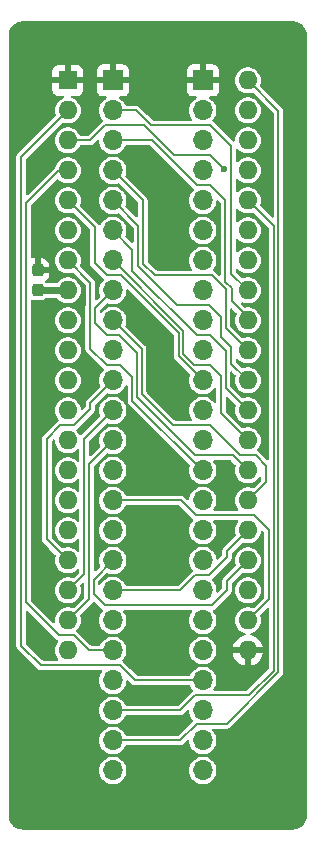
<source format=gbr>
G04 #@! TF.GenerationSoftware,KiCad,Pcbnew,8.0.4+dfsg-1*
G04 #@! TF.CreationDate,2025-02-23T14:22:40+09:00*
G04 #@! TF.ProjectId,bionic-mc6800,62696f6e-6963-42d6-9d63-363830302e6b,5*
G04 #@! TF.SameCoordinates,Original*
G04 #@! TF.FileFunction,Copper,L2,Bot*
G04 #@! TF.FilePolarity,Positive*
%FSLAX46Y46*%
G04 Gerber Fmt 4.6, Leading zero omitted, Abs format (unit mm)*
G04 Created by KiCad (PCBNEW 8.0.4+dfsg-1) date 2025-02-23 14:22:40*
%MOMM*%
%LPD*%
G01*
G04 APERTURE LIST*
G04 Aperture macros list*
%AMRoundRect*
0 Rectangle with rounded corners*
0 $1 Rounding radius*
0 $2 $3 $4 $5 $6 $7 $8 $9 X,Y pos of 4 corners*
0 Add a 4 corners polygon primitive as box body*
4,1,4,$2,$3,$4,$5,$6,$7,$8,$9,$2,$3,0*
0 Add four circle primitives for the rounded corners*
1,1,$1+$1,$2,$3*
1,1,$1+$1,$4,$5*
1,1,$1+$1,$6,$7*
1,1,$1+$1,$8,$9*
0 Add four rect primitives between the rounded corners*
20,1,$1+$1,$2,$3,$4,$5,0*
20,1,$1+$1,$4,$5,$6,$7,0*
20,1,$1+$1,$6,$7,$8,$9,0*
20,1,$1+$1,$8,$9,$2,$3,0*%
G04 Aperture macros list end*
G04 #@! TA.AperFunction,ComponentPad*
%ADD10R,1.600000X1.600000*%
G04 #@! TD*
G04 #@! TA.AperFunction,ComponentPad*
%ADD11O,1.600000X1.600000*%
G04 #@! TD*
G04 #@! TA.AperFunction,ComponentPad*
%ADD12O,1.700000X1.700000*%
G04 #@! TD*
G04 #@! TA.AperFunction,ComponentPad*
%ADD13R,1.700000X1.700000*%
G04 #@! TD*
G04 #@! TA.AperFunction,SMDPad,CuDef*
%ADD14RoundRect,0.237500X0.237500X-0.300000X0.237500X0.300000X-0.237500X0.300000X-0.237500X-0.300000X0*%
G04 #@! TD*
G04 #@! TA.AperFunction,ViaPad*
%ADD15C,0.600000*%
G04 #@! TD*
G04 #@! TA.AperFunction,Conductor*
%ADD16C,0.200000*%
G04 #@! TD*
G04 #@! TA.AperFunction,Conductor*
%ADD17C,0.600000*%
G04 #@! TD*
G04 #@! TA.AperFunction,Conductor*
%ADD18C,0.800000*%
G04 #@! TD*
G04 APERTURE END LIST*
D10*
X106080000Y-75080000D03*
D11*
X106080000Y-77620000D03*
X106080000Y-80160000D03*
X106080000Y-82700000D03*
X106080000Y-85240000D03*
X106080000Y-87780000D03*
X106080000Y-90320000D03*
X106080000Y-92860000D03*
X106080000Y-95400000D03*
X106080000Y-97940000D03*
X106080000Y-100480000D03*
X106080000Y-103020000D03*
X106080000Y-105560000D03*
X106080000Y-108100000D03*
X106080000Y-110640000D03*
X106080000Y-113180000D03*
X106080000Y-115720000D03*
X106080000Y-118260000D03*
X106080000Y-120800000D03*
X106080000Y-123340000D03*
X121320000Y-123340000D03*
X121320000Y-120800000D03*
X121320000Y-118260000D03*
X121320000Y-115720000D03*
X121320000Y-113180000D03*
X121320000Y-110640000D03*
X121320000Y-108100000D03*
X121320000Y-105560000D03*
X121320000Y-103020000D03*
X121320000Y-100480000D03*
X121320000Y-97940000D03*
X121320000Y-95400000D03*
X121320000Y-92860000D03*
X121320000Y-90320000D03*
X121320000Y-87780000D03*
X121320000Y-85240000D03*
X121320000Y-82700000D03*
X121320000Y-80160000D03*
X121320000Y-77620000D03*
X121320000Y-75080000D03*
D12*
X117510000Y-133500000D03*
X117510000Y-130960000D03*
X117510000Y-128420000D03*
X117510000Y-125880000D03*
X117510000Y-123340000D03*
X117510000Y-120800000D03*
X117510000Y-118260000D03*
X117510000Y-115720000D03*
X117510000Y-113180000D03*
X117510000Y-110640000D03*
X117510000Y-108100000D03*
X117510000Y-105560000D03*
X117510000Y-103020000D03*
X117510000Y-100480000D03*
X117510000Y-97940000D03*
X117510000Y-95400000D03*
X117510000Y-92860000D03*
X117510000Y-90320000D03*
X117510000Y-87780000D03*
X117510000Y-85240000D03*
X117510000Y-82700000D03*
X117510000Y-80160000D03*
X117510000Y-77620000D03*
D13*
X117510000Y-75080000D03*
X109890000Y-75080000D03*
D12*
X109890000Y-77620000D03*
X109890000Y-80160000D03*
X109890000Y-82700000D03*
X109890000Y-85240000D03*
X109890000Y-87780000D03*
X109890000Y-90320000D03*
X109890000Y-92860000D03*
X109890000Y-95400000D03*
X109890000Y-97940000D03*
X109890000Y-100480000D03*
X109890000Y-103020000D03*
X109890000Y-105560000D03*
X109890000Y-108100000D03*
X109890000Y-110640000D03*
X109890000Y-113180000D03*
X109890000Y-115720000D03*
X109890000Y-118260000D03*
X109890000Y-120800000D03*
X109890000Y-123340000D03*
X109890000Y-125880000D03*
X109890000Y-128420000D03*
X109890000Y-130960000D03*
X109890000Y-133500000D03*
D14*
X103540000Y-92857800D03*
X103540000Y-91132800D03*
D15*
X113573000Y-108100000D03*
X115732000Y-89050000D03*
X103540000Y-104036000D03*
X112303000Y-116990000D03*
X106461000Y-128420000D03*
X103286000Y-122070000D03*
X122336000Y-89050000D03*
X112176000Y-82827000D03*
X104810000Y-133500000D03*
X113827000Y-122451000D03*
X105064000Y-106830000D03*
X113700000Y-134897000D03*
X107985000Y-81176000D03*
X125130000Y-123340000D03*
X103540000Y-89558000D03*
X113700000Y-132230000D03*
X114081000Y-114196000D03*
X114970000Y-100099000D03*
X119323000Y-82608000D03*
D16*
X109890000Y-115720000D02*
X108258000Y-117352000D01*
X109200800Y-119530000D02*
X118272000Y-119530000D01*
X119542000Y-118260000D02*
X119542000Y-117498000D01*
X108258000Y-117352000D02*
X108258000Y-118587200D01*
X108258000Y-118587200D02*
X109200800Y-119530000D01*
X118272000Y-119530000D02*
X119542000Y-118260000D01*
X119542000Y-117498000D02*
X121320000Y-115720000D01*
X117510000Y-108100000D02*
X117446500Y-108100000D01*
X117446500Y-108100000D02*
X111541000Y-102194500D01*
X107966000Y-97794000D02*
X107966000Y-94218315D01*
X111541000Y-102194500D02*
X111541000Y-100226000D01*
X111541000Y-100226000D02*
X110525000Y-99210000D01*
X107985000Y-94199315D02*
X107985000Y-92225000D01*
X110525000Y-99210000D02*
X109382000Y-99210000D01*
X107985000Y-92225000D02*
X106080000Y-90320000D01*
X109382000Y-99210000D02*
X107966000Y-97794000D01*
X107966000Y-94218315D02*
X107985000Y-94199315D01*
X119323000Y-82608000D02*
X118145000Y-81430000D01*
X118145000Y-81430000D02*
X115097000Y-81430000D01*
X115097000Y-81430000D02*
X112557000Y-78890000D01*
X112557000Y-78890000D02*
X109255000Y-78890000D01*
X109255000Y-78890000D02*
X107985000Y-80160000D01*
X107985000Y-80160000D02*
X106080000Y-80160000D01*
X106080000Y-77620000D02*
X102124000Y-81576000D01*
X103794000Y-124610000D02*
X110525000Y-124610000D01*
X102124000Y-81576000D02*
X102124000Y-122940000D01*
X102124000Y-122940000D02*
X103794000Y-124610000D01*
X110525000Y-124610000D02*
X111795000Y-125880000D01*
X111795000Y-125880000D02*
X117510000Y-125880000D01*
D17*
X103540000Y-92857800D02*
X106077800Y-92857800D01*
D18*
X106077800Y-92857800D02*
X106080000Y-92860000D01*
D16*
X123898000Y-125206999D02*
X123898000Y-77658000D01*
X116995000Y-129570000D02*
X119535000Y-129570000D01*
X109890000Y-130960000D02*
X115605000Y-130960000D01*
X123898000Y-77658000D02*
X121320000Y-75080000D01*
X119535000Y-129570000D02*
X123898000Y-125206999D01*
X115605000Y-130960000D02*
X116995000Y-129570000D01*
X123098000Y-119022000D02*
X121320000Y-120800000D01*
X123098000Y-113143175D02*
X123098000Y-119022000D01*
X116938500Y-111910000D02*
X121864825Y-111910000D01*
X121864825Y-111910000D02*
X123098000Y-113143175D01*
X109890000Y-110640000D02*
X115668500Y-110640000D01*
X115668500Y-110640000D02*
X116938500Y-111910000D01*
X112341000Y-101661000D02*
X114970000Y-104290000D01*
X122844000Y-109116000D02*
X121320000Y-110640000D01*
X121989450Y-106830000D02*
X122844000Y-107684550D01*
X118145000Y-104290000D02*
X120685000Y-106830000D01*
X122844000Y-107684550D02*
X122844000Y-109116000D01*
X120685000Y-106830000D02*
X121989450Y-106830000D01*
X114970000Y-104290000D02*
X118145000Y-104290000D01*
X112341000Y-97851000D02*
X112341000Y-101661000D01*
X109890000Y-95400000D02*
X112341000Y-97851000D01*
X109890000Y-92860000D02*
X108366000Y-94384000D01*
X116875000Y-106830000D02*
X120050000Y-106830000D01*
X120050000Y-106830000D02*
X121320000Y-108100000D01*
X109382000Y-96670000D02*
X110454100Y-96670000D01*
X108366000Y-95654000D02*
X109382000Y-96670000D01*
X110454100Y-96670000D02*
X111941000Y-98156900D01*
X108366000Y-94384000D02*
X108366000Y-95654000D01*
X111941000Y-101896000D02*
X116875000Y-106830000D01*
X111941000Y-98156900D02*
X111941000Y-101896000D01*
X115859000Y-98263314D02*
X116805686Y-99210000D01*
X118145000Y-99210000D02*
X119034000Y-100099000D01*
X115859000Y-96289000D02*
X115859000Y-98263314D01*
X119034000Y-103274000D02*
X121320000Y-105560000D01*
X119034000Y-100099000D02*
X119034000Y-103274000D01*
X109890000Y-90320000D02*
X115859000Y-96289000D01*
X116805686Y-99210000D02*
X118145000Y-99210000D01*
X106080000Y-85240000D02*
X108366000Y-87526000D01*
X108366000Y-90574000D02*
X109382000Y-91590000D01*
X108366000Y-87526000D02*
X108366000Y-90574000D01*
X115459000Y-98429000D02*
X117510000Y-100480000D01*
X115459000Y-96454686D02*
X115459000Y-98429000D01*
X109382000Y-91590000D02*
X110594314Y-91590000D01*
X110594314Y-91590000D02*
X115459000Y-96454686D01*
X111541000Y-91209000D02*
X117002000Y-96670000D01*
X118145000Y-96670000D02*
X119434000Y-97959000D01*
X109890000Y-87780000D02*
X111541000Y-89431000D01*
X111541000Y-89431000D02*
X111541000Y-91209000D01*
X119434000Y-97959000D02*
X119434000Y-101134000D01*
X117002000Y-96670000D02*
X118145000Y-96670000D01*
X119434000Y-101134000D02*
X121320000Y-103020000D01*
X119923000Y-99083000D02*
X121320000Y-100480000D01*
X119923000Y-97686000D02*
X119923000Y-99083000D01*
X109890000Y-85240000D02*
X112049000Y-87399000D01*
X118018000Y-94130000D02*
X119034000Y-95146000D01*
X112049000Y-87399000D02*
X112049000Y-90828000D01*
X112049000Y-90828000D02*
X115351000Y-94130000D01*
X115351000Y-94130000D02*
X118018000Y-94130000D01*
X119034000Y-95146000D02*
X119034000Y-96797000D01*
X119034000Y-96797000D02*
X119923000Y-97686000D01*
X119434000Y-92752000D02*
X118272100Y-91590100D01*
X112430000Y-87214315D02*
X112430000Y-85240000D01*
X118272100Y-91590100D02*
X113446100Y-91590100D01*
X113446100Y-91590100D02*
X112449000Y-90593000D01*
X112430000Y-85240000D02*
X109890000Y-82700000D01*
X112449000Y-90593000D02*
X112449000Y-87233315D01*
X121320000Y-97940000D02*
X119434000Y-96054000D01*
X112449000Y-87233315D02*
X112430000Y-87214315D01*
X119434000Y-96054000D02*
X119434000Y-92752000D01*
X118145000Y-83970000D02*
X117002000Y-83970000D01*
X117002000Y-83970000D02*
X113192000Y-80160000D01*
X113192000Y-80160000D02*
X109890000Y-80160000D01*
X119415000Y-92167314D02*
X119415000Y-85240000D01*
X121320000Y-95400000D02*
X121320000Y-95146000D01*
X119415000Y-85240000D02*
X118145000Y-83970000D01*
X119942000Y-92694314D02*
X119415000Y-92167314D01*
X119942000Y-93768000D02*
X119942000Y-92694314D01*
X121320000Y-95146000D02*
X119942000Y-93768000D01*
X111852686Y-77620000D02*
X109890000Y-77620000D01*
X119923000Y-91463000D02*
X119923000Y-80668000D01*
X121320000Y-92860000D02*
X119923000Y-91463000D01*
X119923000Y-80668000D02*
X118145000Y-78890000D01*
X113122686Y-78890000D02*
X111852686Y-77620000D01*
X118145000Y-78890000D02*
X113122686Y-78890000D01*
X107858000Y-107592000D02*
X107858000Y-119022000D01*
X107858000Y-119022000D02*
X106080000Y-120800000D01*
X109890000Y-105560000D02*
X107858000Y-107592000D01*
X107458000Y-105452000D02*
X107458000Y-116882000D01*
X109890000Y-103020000D02*
X107458000Y-105452000D01*
X107458000Y-116882000D02*
X106080000Y-118260000D01*
X107985000Y-102385000D02*
X107985000Y-102893000D01*
X109890000Y-100480000D02*
X107985000Y-102385000D01*
X105445000Y-104290000D02*
X104302000Y-105433000D01*
X104302000Y-105433000D02*
X104302000Y-113942000D01*
X104302000Y-113942000D02*
X106080000Y-115720000D01*
X107985000Y-102893000D02*
X106588000Y-104290000D01*
X106588000Y-104290000D02*
X105445000Y-104290000D01*
X109890000Y-118260000D02*
X115605000Y-118260000D01*
X119542000Y-115466000D02*
X119542000Y-114958000D01*
X118018000Y-116990000D02*
X119542000Y-115466000D01*
X119542000Y-114958000D02*
X121320000Y-113180000D01*
X116875000Y-116990000D02*
X118018000Y-116990000D01*
X115605000Y-118260000D02*
X116875000Y-116990000D01*
X107858000Y-123340000D02*
X109890000Y-123340000D01*
X102524000Y-85494000D02*
X102524000Y-119276000D01*
X102524000Y-119276000D02*
X105318000Y-122070000D01*
X105318000Y-122070000D02*
X106588000Y-122070000D01*
X106080000Y-82700000D02*
X105318000Y-82700000D01*
X106588000Y-122070000D02*
X107858000Y-123340000D01*
X105318000Y-82700000D02*
X102524000Y-85494000D01*
X115605000Y-128420000D02*
X116875000Y-127150000D01*
X123498000Y-125041314D02*
X123498000Y-87418000D01*
X123498000Y-87418000D02*
X121320000Y-85240000D01*
X109890000Y-128420000D02*
X115605000Y-128420000D01*
X121389314Y-127150000D02*
X123498000Y-125041314D01*
X116875000Y-127150000D02*
X121389314Y-127150000D01*
G04 #@! TA.AperFunction,Conductor*
G36*
X122555628Y-113177125D02*
G01*
X122586483Y-113198051D01*
X122668504Y-113280072D01*
X122696281Y-113334589D01*
X122697500Y-113350076D01*
X122697500Y-118815099D01*
X122678593Y-118873290D01*
X122668504Y-118885103D01*
X121808026Y-119745580D01*
X121753509Y-119773357D01*
X121702260Y-119767891D01*
X121622456Y-119736976D01*
X121421976Y-119699500D01*
X121218024Y-119699500D01*
X121017546Y-119736975D01*
X121010538Y-119739690D01*
X120827363Y-119810652D01*
X120763034Y-119850483D01*
X120653959Y-119918019D01*
X120503237Y-120055420D01*
X120380328Y-120218177D01*
X120380323Y-120218186D01*
X120298450Y-120382611D01*
X120289418Y-120400750D01*
X120233603Y-120596917D01*
X120214785Y-120800000D01*
X120233603Y-121003083D01*
X120289418Y-121199250D01*
X120380327Y-121381821D01*
X120503236Y-121544579D01*
X120653959Y-121681981D01*
X120827363Y-121789348D01*
X121017544Y-121863024D01*
X121055418Y-121870103D01*
X121109141Y-121899380D01*
X121135398Y-121954645D01*
X121124156Y-122014789D01*
X121079709Y-122056838D01*
X121062848Y-122063044D01*
X120873676Y-122113733D01*
X120667518Y-122209865D01*
X120481188Y-122340334D01*
X120320334Y-122501188D01*
X120189865Y-122687518D01*
X120093733Y-122893676D01*
X120041128Y-123090000D01*
X121004314Y-123090000D01*
X120999920Y-123094394D01*
X120947259Y-123185606D01*
X120920000Y-123287339D01*
X120920000Y-123392661D01*
X120947259Y-123494394D01*
X120999920Y-123585606D01*
X121004314Y-123590000D01*
X120041128Y-123590000D01*
X120093733Y-123786323D01*
X120189865Y-123992481D01*
X120320334Y-124178811D01*
X120481188Y-124339665D01*
X120667518Y-124470134D01*
X120873676Y-124566266D01*
X121070000Y-124618872D01*
X121070000Y-123655686D01*
X121074394Y-123660080D01*
X121165606Y-123712741D01*
X121267339Y-123740000D01*
X121372661Y-123740000D01*
X121474394Y-123712741D01*
X121565606Y-123660080D01*
X121570000Y-123655686D01*
X121570000Y-124618871D01*
X121766323Y-124566266D01*
X121972481Y-124470134D01*
X122158811Y-124339665D01*
X122319665Y-124178811D01*
X122450134Y-123992481D01*
X122546266Y-123786323D01*
X122598872Y-123590000D01*
X121635686Y-123590000D01*
X121640080Y-123585606D01*
X121692741Y-123494394D01*
X121720000Y-123392661D01*
X121720000Y-123287339D01*
X121692741Y-123185606D01*
X121640080Y-123094394D01*
X121635686Y-123090000D01*
X122598872Y-123090000D01*
X122546266Y-122893676D01*
X122450134Y-122687518D01*
X122319665Y-122501188D01*
X122158811Y-122340334D01*
X121972481Y-122209865D01*
X121766323Y-122113733D01*
X121577151Y-122063044D01*
X121525836Y-122029720D01*
X121503910Y-121972598D01*
X121519746Y-121913498D01*
X121567296Y-121874992D01*
X121584568Y-121870106D01*
X121622456Y-121863024D01*
X121812637Y-121789348D01*
X121986041Y-121681981D01*
X122136764Y-121544579D01*
X122259673Y-121381821D01*
X122350582Y-121199250D01*
X122406397Y-121003083D01*
X122425215Y-120800000D01*
X122406397Y-120596917D01*
X122352118Y-120406148D01*
X122354379Y-120345010D01*
X122377333Y-120309058D01*
X122928496Y-119757896D01*
X122983013Y-119730119D01*
X123043445Y-119739690D01*
X123086710Y-119782955D01*
X123097500Y-119827900D01*
X123097500Y-124834413D01*
X123078593Y-124892604D01*
X123068504Y-124904417D01*
X121252417Y-126720504D01*
X121197900Y-126748281D01*
X121182413Y-126749500D01*
X118493901Y-126749500D01*
X118435710Y-126730593D01*
X118399746Y-126681093D01*
X118399746Y-126619907D01*
X118414897Y-126590839D01*
X118492366Y-126488255D01*
X118587405Y-126297389D01*
X118645756Y-126092310D01*
X118665429Y-125880000D01*
X118645756Y-125667690D01*
X118587405Y-125462611D01*
X118492366Y-125271745D01*
X118363872Y-125101593D01*
X118263950Y-125010501D01*
X118206307Y-124957952D01*
X118206300Y-124957946D01*
X118025024Y-124845705D01*
X118025019Y-124845702D01*
X117826195Y-124768678D01*
X117616610Y-124729500D01*
X117403390Y-124729500D01*
X117193804Y-124768678D01*
X116994980Y-124845702D01*
X116994975Y-124845705D01*
X116813699Y-124957946D01*
X116813692Y-124957952D01*
X116656135Y-125101586D01*
X116656131Y-125101589D01*
X116656128Y-125101593D01*
X116656125Y-125101597D01*
X116527635Y-125271743D01*
X116527630Y-125271752D01*
X116451508Y-125424628D01*
X116408646Y-125468290D01*
X116362887Y-125479500D01*
X112001901Y-125479500D01*
X111943710Y-125460593D01*
X111931897Y-125450504D01*
X111356814Y-124875421D01*
X110770913Y-124289520D01*
X110770910Y-124289518D01*
X110756680Y-124281302D01*
X110715739Y-124235831D01*
X110709345Y-124174981D01*
X110739489Y-124122401D01*
X110743872Y-124118407D01*
X110872366Y-123948255D01*
X110967405Y-123757389D01*
X111025756Y-123552310D01*
X111045429Y-123340000D01*
X116354571Y-123340000D01*
X116359366Y-123391753D01*
X116374244Y-123552310D01*
X116432595Y-123757389D01*
X116527634Y-123948255D01*
X116656128Y-124118407D01*
X116656135Y-124118413D01*
X116813692Y-124262047D01*
X116813699Y-124262053D01*
X116858057Y-124289518D01*
X116994981Y-124374298D01*
X117193802Y-124451321D01*
X117403390Y-124490500D01*
X117616610Y-124490500D01*
X117826198Y-124451321D01*
X118025019Y-124374298D01*
X118206302Y-124262052D01*
X118363872Y-124118407D01*
X118492366Y-123948255D01*
X118587405Y-123757389D01*
X118645756Y-123552310D01*
X118665429Y-123340000D01*
X118645756Y-123127690D01*
X118587405Y-122922611D01*
X118492366Y-122731745D01*
X118363872Y-122561593D01*
X118263950Y-122470501D01*
X118206307Y-122417952D01*
X118206300Y-122417946D01*
X118025024Y-122305705D01*
X118025019Y-122305702D01*
X117826195Y-122228678D01*
X117616610Y-122189500D01*
X117403390Y-122189500D01*
X117193804Y-122228678D01*
X116994980Y-122305702D01*
X116994975Y-122305705D01*
X116813699Y-122417946D01*
X116813692Y-122417952D01*
X116656135Y-122561586D01*
X116656131Y-122561589D01*
X116656128Y-122561593D01*
X116656125Y-122561597D01*
X116527635Y-122731743D01*
X116527630Y-122731752D01*
X116432596Y-122922608D01*
X116374244Y-123127688D01*
X116354571Y-123340000D01*
X111045429Y-123340000D01*
X111025756Y-123127690D01*
X110967405Y-122922611D01*
X110872366Y-122731745D01*
X110743872Y-122561593D01*
X110643950Y-122470501D01*
X110586307Y-122417952D01*
X110586300Y-122417946D01*
X110405024Y-122305705D01*
X110405019Y-122305702D01*
X110206195Y-122228678D01*
X109996610Y-122189500D01*
X109783390Y-122189500D01*
X109573804Y-122228678D01*
X109374980Y-122305702D01*
X109374975Y-122305705D01*
X109193699Y-122417946D01*
X109193692Y-122417952D01*
X109036135Y-122561586D01*
X109036131Y-122561589D01*
X109036128Y-122561593D01*
X109036125Y-122561597D01*
X108907635Y-122731743D01*
X108907630Y-122731752D01*
X108831508Y-122884628D01*
X108788646Y-122928290D01*
X108742887Y-122939500D01*
X108064901Y-122939500D01*
X108006710Y-122920593D01*
X107994897Y-122910504D01*
X107424727Y-122340334D01*
X106833913Y-121749520D01*
X106833910Y-121749518D01*
X106829991Y-121745599D01*
X106802214Y-121691082D01*
X106811785Y-121630650D01*
X106833297Y-121602436D01*
X106896764Y-121544579D01*
X107019673Y-121381821D01*
X107110582Y-121199250D01*
X107166397Y-121003083D01*
X107185215Y-120800000D01*
X107166397Y-120596917D01*
X107112118Y-120406148D01*
X107114379Y-120345010D01*
X107137333Y-120309058D01*
X108103910Y-119342481D01*
X108103913Y-119342480D01*
X108178480Y-119267913D01*
X108184921Y-119256755D01*
X108230390Y-119215816D01*
X108291240Y-119209420D01*
X108340661Y-119236253D01*
X108880318Y-119775910D01*
X108880320Y-119775913D01*
X108954887Y-119850480D01*
X109004440Y-119879089D01*
X109045380Y-119924558D01*
X109051776Y-119985408D01*
X109033943Y-120024486D01*
X108907635Y-120191743D01*
X108907630Y-120191752D01*
X108812596Y-120382608D01*
X108754244Y-120587688D01*
X108734571Y-120800000D01*
X108754244Y-121012311D01*
X108759246Y-121029890D01*
X108812595Y-121217389D01*
X108907634Y-121408255D01*
X109036128Y-121578407D01*
X109106734Y-121642773D01*
X109193692Y-121722047D01*
X109193699Y-121722053D01*
X109238060Y-121749520D01*
X109374981Y-121834298D01*
X109573802Y-121911321D01*
X109783390Y-121950500D01*
X109996610Y-121950500D01*
X110206198Y-121911321D01*
X110405019Y-121834298D01*
X110586302Y-121722052D01*
X110743872Y-121578407D01*
X110872366Y-121408255D01*
X110967405Y-121217389D01*
X111025756Y-121012310D01*
X111045429Y-120800000D01*
X111025756Y-120587690D01*
X110967405Y-120382611D01*
X110872366Y-120191745D01*
X110794896Y-120089159D01*
X110774918Y-120031330D01*
X110792747Y-119972799D01*
X110841573Y-119935927D01*
X110873901Y-119930500D01*
X116526099Y-119930500D01*
X116584290Y-119949407D01*
X116620254Y-119998907D01*
X116620254Y-120060093D01*
X116605103Y-120089161D01*
X116527635Y-120191743D01*
X116527630Y-120191752D01*
X116432596Y-120382608D01*
X116374244Y-120587688D01*
X116354571Y-120800000D01*
X116374244Y-121012311D01*
X116379246Y-121029890D01*
X116432595Y-121217389D01*
X116527634Y-121408255D01*
X116656128Y-121578407D01*
X116726734Y-121642773D01*
X116813692Y-121722047D01*
X116813699Y-121722053D01*
X116858060Y-121749520D01*
X116994981Y-121834298D01*
X117193802Y-121911321D01*
X117403390Y-121950500D01*
X117616610Y-121950500D01*
X117826198Y-121911321D01*
X118025019Y-121834298D01*
X118206302Y-121722052D01*
X118363872Y-121578407D01*
X118492366Y-121408255D01*
X118587405Y-121217389D01*
X118645756Y-121012310D01*
X118665429Y-120800000D01*
X118645756Y-120587690D01*
X118587405Y-120382611D01*
X118492366Y-120191745D01*
X118387851Y-120053346D01*
X118367871Y-119995515D01*
X118385699Y-119936985D01*
X118421836Y-119907954D01*
X118420969Y-119906452D01*
X118517908Y-119850483D01*
X118517908Y-119850482D01*
X118517913Y-119850480D01*
X119862480Y-118505913D01*
X119887209Y-118463082D01*
X119915205Y-118414592D01*
X119915205Y-118414590D01*
X119915207Y-118414588D01*
X119942500Y-118312727D01*
X119942500Y-118260000D01*
X120214785Y-118260000D01*
X120233603Y-118463083D01*
X120289418Y-118659250D01*
X120380327Y-118841821D01*
X120503236Y-119004579D01*
X120653959Y-119141981D01*
X120827363Y-119249348D01*
X121017544Y-119323024D01*
X121218024Y-119360500D01*
X121421976Y-119360500D01*
X121622456Y-119323024D01*
X121812637Y-119249348D01*
X121986041Y-119141981D01*
X122136764Y-119004579D01*
X122259673Y-118841821D01*
X122350582Y-118659250D01*
X122406397Y-118463083D01*
X122425215Y-118260000D01*
X122406397Y-118056917D01*
X122350582Y-117860750D01*
X122259673Y-117678179D01*
X122136764Y-117515421D01*
X121986041Y-117378019D01*
X121812637Y-117270652D01*
X121622456Y-117196976D01*
X121622455Y-117196975D01*
X121622453Y-117196975D01*
X121421976Y-117159500D01*
X121218024Y-117159500D01*
X121017546Y-117196975D01*
X121017541Y-117196977D01*
X120827363Y-117270652D01*
X120709850Y-117343413D01*
X120653959Y-117378019D01*
X120503237Y-117515420D01*
X120380328Y-117678177D01*
X120380323Y-117678186D01*
X120298450Y-117842611D01*
X120289418Y-117860750D01*
X120233603Y-118056917D01*
X120214785Y-118260000D01*
X119942500Y-118260000D01*
X119942500Y-118207273D01*
X119942500Y-117704899D01*
X119961407Y-117646708D01*
X119971490Y-117634901D01*
X120831974Y-116774416D01*
X120886489Y-116746641D01*
X120937738Y-116752106D01*
X121017544Y-116783024D01*
X121218024Y-116820500D01*
X121421976Y-116820500D01*
X121622456Y-116783024D01*
X121812637Y-116709348D01*
X121986041Y-116601981D01*
X122136764Y-116464579D01*
X122259673Y-116301821D01*
X122350582Y-116119250D01*
X122406397Y-115923083D01*
X122425215Y-115720000D01*
X122406397Y-115516917D01*
X122350582Y-115320750D01*
X122259673Y-115138179D01*
X122136764Y-114975421D01*
X121986041Y-114838019D01*
X121812637Y-114730652D01*
X121622456Y-114656976D01*
X121622455Y-114656975D01*
X121622453Y-114656975D01*
X121421976Y-114619500D01*
X121218024Y-114619500D01*
X121017546Y-114656975D01*
X120947632Y-114684059D01*
X120827363Y-114730652D01*
X120709850Y-114803413D01*
X120653959Y-114838019D01*
X120503237Y-114975420D01*
X120380328Y-115138177D01*
X120380323Y-115138186D01*
X120289419Y-115320747D01*
X120289418Y-115320750D01*
X120233603Y-115516917D01*
X120214785Y-115720000D01*
X120233603Y-115923083D01*
X120236229Y-115932311D01*
X120287880Y-116113845D01*
X120285619Y-116174989D01*
X120262663Y-116210941D01*
X119221520Y-117252086D01*
X119221516Y-117252091D01*
X119168793Y-117343411D01*
X119168792Y-117343411D01*
X119168793Y-117343412D01*
X119141500Y-117445273D01*
X119141500Y-118053098D01*
X119122593Y-118111289D01*
X119112504Y-118123102D01*
X118827632Y-118407974D01*
X118773115Y-118435751D01*
X118712683Y-118426180D01*
X118669418Y-118382915D01*
X118659050Y-118328837D01*
X118665429Y-118260000D01*
X118645756Y-118047690D01*
X118587405Y-117842611D01*
X118492366Y-117651745D01*
X118363872Y-117481593D01*
X118298691Y-117422172D01*
X118268426Y-117368996D01*
X118275197Y-117308187D01*
X118295379Y-117279013D01*
X119862480Y-115711913D01*
X119914223Y-115622291D01*
X119915169Y-115620653D01*
X119915179Y-115620634D01*
X119915206Y-115620588D01*
X119915207Y-115620587D01*
X119942500Y-115518727D01*
X119942500Y-115164899D01*
X119961407Y-115106708D01*
X119971490Y-115094901D01*
X120831974Y-114234416D01*
X120886489Y-114206641D01*
X120937738Y-114212106D01*
X121017544Y-114243024D01*
X121218024Y-114280500D01*
X121421976Y-114280500D01*
X121622456Y-114243024D01*
X121812637Y-114169348D01*
X121986041Y-114061981D01*
X122136764Y-113924579D01*
X122259673Y-113761821D01*
X122350582Y-113579250D01*
X122406397Y-113383083D01*
X122417902Y-113258917D01*
X122442097Y-113202723D01*
X122494704Y-113171479D01*
X122555628Y-113177125D01*
G37*
G04 #@! TD.AperFunction*
G04 #@! TA.AperFunction,Conductor*
G36*
X102693504Y-120011896D02*
G01*
X104997518Y-122315910D01*
X104997520Y-122315913D01*
X105072087Y-122390480D01*
X105072089Y-122390481D01*
X105163409Y-122443205D01*
X105163407Y-122443205D01*
X105163411Y-122443206D01*
X105163413Y-122443207D01*
X105200111Y-122453040D01*
X105251423Y-122486363D01*
X105273350Y-122543484D01*
X105257515Y-122602585D01*
X105253490Y-122608327D01*
X105140328Y-122758177D01*
X105140323Y-122758186D01*
X105058450Y-122922611D01*
X105049418Y-122940750D01*
X104993603Y-123136917D01*
X104974785Y-123340000D01*
X104993603Y-123543083D01*
X105049418Y-123739250D01*
X105140327Y-123921821D01*
X105237759Y-124050842D01*
X105257737Y-124108670D01*
X105239908Y-124167201D01*
X105191082Y-124204073D01*
X105158754Y-124209500D01*
X104000900Y-124209500D01*
X103942709Y-124190593D01*
X103930896Y-124180504D01*
X102553496Y-122803103D01*
X102525719Y-122748586D01*
X102524500Y-122733099D01*
X102524500Y-120081900D01*
X102543407Y-120023709D01*
X102592907Y-119987745D01*
X102654093Y-119987745D01*
X102693504Y-120011896D01*
G37*
G04 #@! TD.AperFunction*
G04 #@! TA.AperFunction,Conductor*
G36*
X111110853Y-100900041D02*
G01*
X111139134Y-100954299D01*
X111140500Y-100970689D01*
X111140500Y-102141773D01*
X111140500Y-102247227D01*
X111155514Y-102303261D01*
X111167794Y-102349092D01*
X111220516Y-102440408D01*
X111220517Y-102440409D01*
X111220518Y-102440410D01*
X111220520Y-102440413D01*
X113849163Y-105069056D01*
X116398129Y-107618022D01*
X116425906Y-107672539D01*
X116423346Y-107715116D01*
X116411175Y-107757893D01*
X116374244Y-107887688D01*
X116374244Y-107887690D01*
X116354571Y-108100000D01*
X116374244Y-108312310D01*
X116432595Y-108517389D01*
X116527634Y-108708255D01*
X116656128Y-108878407D01*
X116656135Y-108878413D01*
X116813692Y-109022047D01*
X116813699Y-109022053D01*
X116917389Y-109086255D01*
X116994981Y-109134298D01*
X117193802Y-109211321D01*
X117403390Y-109250500D01*
X117616610Y-109250500D01*
X117826198Y-109211321D01*
X118025019Y-109134298D01*
X118206302Y-109022052D01*
X118363872Y-108878407D01*
X118492366Y-108708255D01*
X118587405Y-108517389D01*
X118645756Y-108312310D01*
X118665429Y-108100000D01*
X118645756Y-107887690D01*
X118587405Y-107682611D01*
X118492366Y-107491745D01*
X118414896Y-107389159D01*
X118394918Y-107331330D01*
X118412747Y-107272799D01*
X118461573Y-107235927D01*
X118493901Y-107230500D01*
X119843099Y-107230500D01*
X119901290Y-107249407D01*
X119913103Y-107259496D01*
X120262663Y-107609056D01*
X120290440Y-107663573D01*
X120287880Y-107706152D01*
X120233603Y-107896915D01*
X120233603Y-107896917D01*
X120214785Y-108100000D01*
X120233603Y-108303083D01*
X120289418Y-108499250D01*
X120380327Y-108681821D01*
X120503236Y-108844579D01*
X120653959Y-108981981D01*
X120827363Y-109089348D01*
X121017544Y-109163024D01*
X121218024Y-109200500D01*
X121421976Y-109200500D01*
X121622456Y-109163024D01*
X121812637Y-109089348D01*
X121986041Y-108981981D01*
X122136764Y-108844579D01*
X122259673Y-108681821D01*
X122259682Y-108681801D01*
X122260324Y-108680768D01*
X122260721Y-108680431D01*
X122262431Y-108678168D01*
X122262941Y-108678553D01*
X122307030Y-108641243D01*
X122368048Y-108636719D01*
X122420071Y-108668925D01*
X122443229Y-108725559D01*
X122443500Y-108732878D01*
X122443500Y-108909098D01*
X122424593Y-108967289D01*
X122414504Y-108979102D01*
X121808025Y-109585580D01*
X121753508Y-109613357D01*
X121702259Y-109607891D01*
X121622460Y-109576977D01*
X121622447Y-109576974D01*
X121421976Y-109539500D01*
X121218024Y-109539500D01*
X121017546Y-109576975D01*
X121017541Y-109576977D01*
X120827363Y-109650652D01*
X120718676Y-109717948D01*
X120653959Y-109758019D01*
X120503237Y-109895420D01*
X120380328Y-110058177D01*
X120380323Y-110058186D01*
X120298450Y-110222611D01*
X120289418Y-110240750D01*
X120233603Y-110436917D01*
X120214785Y-110640000D01*
X120233603Y-110843083D01*
X120289418Y-111039250D01*
X120380327Y-111221821D01*
X120477759Y-111350842D01*
X120497737Y-111408670D01*
X120479908Y-111467201D01*
X120431082Y-111504073D01*
X120398754Y-111509500D01*
X118493901Y-111509500D01*
X118435710Y-111490593D01*
X118399746Y-111441093D01*
X118399746Y-111379907D01*
X118414897Y-111350839D01*
X118492366Y-111248255D01*
X118587405Y-111057389D01*
X118645756Y-110852310D01*
X118665429Y-110640000D01*
X118645756Y-110427690D01*
X118587405Y-110222611D01*
X118492366Y-110031745D01*
X118363872Y-109861593D01*
X118309623Y-109812139D01*
X118206307Y-109717952D01*
X118206300Y-109717946D01*
X118025024Y-109605705D01*
X118025019Y-109605702D01*
X117957874Y-109579690D01*
X117826198Y-109528679D01*
X117826197Y-109528678D01*
X117826195Y-109528678D01*
X117616610Y-109489500D01*
X117403390Y-109489500D01*
X117193804Y-109528678D01*
X116994980Y-109605702D01*
X116994975Y-109605705D01*
X116813699Y-109717946D01*
X116813692Y-109717952D01*
X116656135Y-109861586D01*
X116656131Y-109861589D01*
X116656128Y-109861593D01*
X116656125Y-109861597D01*
X116527635Y-110031743D01*
X116527630Y-110031752D01*
X116432596Y-110222608D01*
X116374244Y-110427688D01*
X116363880Y-110539536D01*
X116339683Y-110595734D01*
X116287076Y-110626977D01*
X116226152Y-110621331D01*
X116195299Y-110600405D01*
X115914413Y-110319520D01*
X115914408Y-110319516D01*
X115823091Y-110266794D01*
X115823093Y-110266794D01*
X115783570Y-110256204D01*
X115721227Y-110239500D01*
X115721225Y-110239500D01*
X111037113Y-110239500D01*
X110978922Y-110220593D01*
X110948492Y-110184628D01*
X110872369Y-110031752D01*
X110872366Y-110031745D01*
X110743872Y-109861593D01*
X110689623Y-109812139D01*
X110586307Y-109717952D01*
X110586300Y-109717946D01*
X110405024Y-109605705D01*
X110405019Y-109605702D01*
X110337874Y-109579690D01*
X110206198Y-109528679D01*
X110206197Y-109528678D01*
X110206195Y-109528678D01*
X109996610Y-109489500D01*
X109783390Y-109489500D01*
X109573804Y-109528678D01*
X109374980Y-109605702D01*
X109374975Y-109605705D01*
X109193699Y-109717946D01*
X109193692Y-109717952D01*
X109036135Y-109861586D01*
X109036131Y-109861589D01*
X109036128Y-109861593D01*
X109036125Y-109861597D01*
X108907635Y-110031743D01*
X108907630Y-110031752D01*
X108812596Y-110222608D01*
X108754244Y-110427688D01*
X108754244Y-110427690D01*
X108734571Y-110640000D01*
X108754244Y-110852310D01*
X108812595Y-111057389D01*
X108907634Y-111248255D01*
X109036128Y-111418407D01*
X109061013Y-111441093D01*
X109193692Y-111562047D01*
X109193699Y-111562053D01*
X109238055Y-111589517D01*
X109374981Y-111674298D01*
X109573802Y-111751321D01*
X109783390Y-111790500D01*
X109996610Y-111790500D01*
X110206198Y-111751321D01*
X110405019Y-111674298D01*
X110586302Y-111562052D01*
X110743872Y-111418407D01*
X110872366Y-111248255D01*
X110948492Y-111095372D01*
X110991354Y-111051710D01*
X111037113Y-111040500D01*
X115461599Y-111040500D01*
X115519790Y-111059407D01*
X115531603Y-111069496D01*
X116691398Y-112229291D01*
X116719174Y-112283806D01*
X116709603Y-112344238D01*
X116688091Y-112372453D01*
X116656130Y-112401590D01*
X116656129Y-112401591D01*
X116527635Y-112571743D01*
X116527630Y-112571752D01*
X116432596Y-112762608D01*
X116374244Y-112967688D01*
X116354571Y-113180000D01*
X116370330Y-113350076D01*
X116374244Y-113392310D01*
X116432595Y-113597389D01*
X116527634Y-113788255D01*
X116656128Y-113958407D01*
X116656135Y-113958413D01*
X116813692Y-114102047D01*
X116813699Y-114102053D01*
X116917389Y-114166255D01*
X116994981Y-114214298D01*
X117193802Y-114291321D01*
X117403390Y-114330500D01*
X117616610Y-114330500D01*
X117826198Y-114291321D01*
X118025019Y-114214298D01*
X118206302Y-114102052D01*
X118363872Y-113958407D01*
X118492366Y-113788255D01*
X118587405Y-113597389D01*
X118645756Y-113392310D01*
X118665429Y-113180000D01*
X118645756Y-112967690D01*
X118587405Y-112762611D01*
X118492366Y-112571745D01*
X118414896Y-112469159D01*
X118394918Y-112411330D01*
X118412747Y-112352799D01*
X118461573Y-112315927D01*
X118493901Y-112310500D01*
X120398754Y-112310500D01*
X120456945Y-112329407D01*
X120492909Y-112378907D01*
X120492909Y-112440093D01*
X120477760Y-112469155D01*
X120408783Y-112560496D01*
X120380328Y-112598177D01*
X120380323Y-112598186D01*
X120298450Y-112762611D01*
X120289418Y-112780750D01*
X120233603Y-112976917D01*
X120214785Y-113180000D01*
X120233603Y-113383083D01*
X120236229Y-113392311D01*
X120287880Y-113573845D01*
X120285619Y-113634989D01*
X120262663Y-113670941D01*
X119221520Y-114712086D01*
X119221516Y-114712091D01*
X119168793Y-114803411D01*
X119168792Y-114803411D01*
X119168793Y-114803412D01*
X119141500Y-114905273D01*
X119141500Y-115259099D01*
X119122593Y-115317290D01*
X119112504Y-115329102D01*
X118819314Y-115622291D01*
X118764799Y-115650068D01*
X118704367Y-115640497D01*
X118661102Y-115597232D01*
X118650735Y-115561425D01*
X118645756Y-115507690D01*
X118587405Y-115302611D01*
X118492366Y-115111745D01*
X118363872Y-114941593D01*
X118309623Y-114892139D01*
X118206307Y-114797952D01*
X118206300Y-114797946D01*
X118025024Y-114685705D01*
X118025019Y-114685702D01*
X117826195Y-114608678D01*
X117616610Y-114569500D01*
X117403390Y-114569500D01*
X117193804Y-114608678D01*
X116994980Y-114685702D01*
X116994975Y-114685705D01*
X116813699Y-114797946D01*
X116813692Y-114797952D01*
X116656135Y-114941586D01*
X116656131Y-114941589D01*
X116656128Y-114941593D01*
X116656125Y-114941597D01*
X116527635Y-115111743D01*
X116527630Y-115111752D01*
X116432596Y-115302608D01*
X116374244Y-115507688D01*
X116374244Y-115507689D01*
X116374244Y-115507690D01*
X116354571Y-115720000D01*
X116374244Y-115932310D01*
X116432595Y-116137389D01*
X116527634Y-116328255D01*
X116656128Y-116498407D01*
X116660511Y-116502403D01*
X116690779Y-116555576D01*
X116684011Y-116616386D01*
X116643321Y-116661301D01*
X116629089Y-116669518D01*
X115468103Y-117830504D01*
X115413586Y-117858281D01*
X115398099Y-117859500D01*
X111037113Y-117859500D01*
X110978922Y-117840593D01*
X110948492Y-117804628D01*
X110872369Y-117651752D01*
X110872366Y-117651745D01*
X110743872Y-117481593D01*
X110678691Y-117422172D01*
X110586307Y-117337952D01*
X110586300Y-117337946D01*
X110405024Y-117225705D01*
X110405019Y-117225702D01*
X110353078Y-117205580D01*
X110206198Y-117148679D01*
X110206197Y-117148678D01*
X110206195Y-117148678D01*
X109996610Y-117109500D01*
X109783390Y-117109500D01*
X109573804Y-117148678D01*
X109374980Y-117225702D01*
X109374975Y-117225705D01*
X109193699Y-117337946D01*
X109193692Y-117337952D01*
X109036135Y-117481586D01*
X109036131Y-117481589D01*
X109036128Y-117481593D01*
X109036125Y-117481597D01*
X108907635Y-117651743D01*
X108907630Y-117651752D01*
X108846121Y-117775281D01*
X108803259Y-117818943D01*
X108742918Y-117829073D01*
X108688147Y-117801801D01*
X108659866Y-117747543D01*
X108658500Y-117731153D01*
X108658500Y-117558900D01*
X108677407Y-117500709D01*
X108687496Y-117488896D01*
X109016892Y-117159500D01*
X109363326Y-116813065D01*
X109417841Y-116785290D01*
X109469090Y-116790756D01*
X109573802Y-116831321D01*
X109783390Y-116870500D01*
X109996610Y-116870500D01*
X110206198Y-116831321D01*
X110405019Y-116754298D01*
X110586302Y-116642052D01*
X110743872Y-116498407D01*
X110872366Y-116328255D01*
X110967405Y-116137389D01*
X111025756Y-115932310D01*
X111045429Y-115720000D01*
X111025756Y-115507690D01*
X110967405Y-115302611D01*
X110872366Y-115111745D01*
X110743872Y-114941593D01*
X110689623Y-114892139D01*
X110586307Y-114797952D01*
X110586300Y-114797946D01*
X110405024Y-114685705D01*
X110405019Y-114685702D01*
X110206195Y-114608678D01*
X109996610Y-114569500D01*
X109783390Y-114569500D01*
X109573804Y-114608678D01*
X109374980Y-114685702D01*
X109374975Y-114685705D01*
X109193699Y-114797946D01*
X109193692Y-114797952D01*
X109036135Y-114941586D01*
X109036131Y-114941589D01*
X109036128Y-114941593D01*
X109036125Y-114941597D01*
X108907635Y-115111743D01*
X108907630Y-115111752D01*
X108812596Y-115302608D01*
X108754244Y-115507688D01*
X108734571Y-115720000D01*
X108754244Y-115932311D01*
X108812598Y-116137401D01*
X108814249Y-116141661D01*
X108812870Y-116142195D01*
X108820977Y-116196647D01*
X108793348Y-116250256D01*
X108427504Y-116616101D01*
X108372987Y-116643879D01*
X108312555Y-116634308D01*
X108269290Y-116591043D01*
X108258500Y-116546098D01*
X108258500Y-113180000D01*
X108734571Y-113180000D01*
X108750330Y-113350076D01*
X108754244Y-113392310D01*
X108812595Y-113597389D01*
X108907634Y-113788255D01*
X109036128Y-113958407D01*
X109036135Y-113958413D01*
X109193692Y-114102047D01*
X109193699Y-114102053D01*
X109297389Y-114166255D01*
X109374981Y-114214298D01*
X109573802Y-114291321D01*
X109783390Y-114330500D01*
X109996610Y-114330500D01*
X110206198Y-114291321D01*
X110405019Y-114214298D01*
X110586302Y-114102052D01*
X110743872Y-113958407D01*
X110872366Y-113788255D01*
X110967405Y-113597389D01*
X111025756Y-113392310D01*
X111045429Y-113180000D01*
X111025756Y-112967690D01*
X110967405Y-112762611D01*
X110872366Y-112571745D01*
X110743872Y-112401593D01*
X110649902Y-112315927D01*
X110586307Y-112257952D01*
X110586300Y-112257946D01*
X110405024Y-112145705D01*
X110405019Y-112145702D01*
X110206195Y-112068678D01*
X109996610Y-112029500D01*
X109783390Y-112029500D01*
X109573804Y-112068678D01*
X109374980Y-112145702D01*
X109374975Y-112145705D01*
X109193699Y-112257946D01*
X109193692Y-112257952D01*
X109036135Y-112401586D01*
X109036131Y-112401589D01*
X109036128Y-112401593D01*
X109036125Y-112401597D01*
X108907635Y-112571743D01*
X108907630Y-112571752D01*
X108812596Y-112762608D01*
X108754244Y-112967688D01*
X108734571Y-113180000D01*
X108258500Y-113180000D01*
X108258500Y-108100000D01*
X108734571Y-108100000D01*
X108754244Y-108312310D01*
X108812595Y-108517389D01*
X108907634Y-108708255D01*
X109036128Y-108878407D01*
X109036135Y-108878413D01*
X109193692Y-109022047D01*
X109193699Y-109022053D01*
X109297389Y-109086255D01*
X109374981Y-109134298D01*
X109573802Y-109211321D01*
X109783390Y-109250500D01*
X109996610Y-109250500D01*
X110206198Y-109211321D01*
X110405019Y-109134298D01*
X110586302Y-109022052D01*
X110743872Y-108878407D01*
X110872366Y-108708255D01*
X110967405Y-108517389D01*
X111025756Y-108312310D01*
X111045429Y-108100000D01*
X111025756Y-107887690D01*
X110967405Y-107682611D01*
X110872366Y-107491745D01*
X110743872Y-107321593D01*
X110649902Y-107235927D01*
X110586307Y-107177952D01*
X110586300Y-107177946D01*
X110405024Y-107065705D01*
X110405019Y-107065702D01*
X110206195Y-106988678D01*
X109996610Y-106949500D01*
X109783390Y-106949500D01*
X109573804Y-106988678D01*
X109374980Y-107065702D01*
X109374975Y-107065705D01*
X109193699Y-107177946D01*
X109193692Y-107177952D01*
X109036135Y-107321586D01*
X109036131Y-107321589D01*
X109036128Y-107321593D01*
X109036125Y-107321597D01*
X108907635Y-107491743D01*
X108907630Y-107491752D01*
X108812596Y-107682608D01*
X108754244Y-107887688D01*
X108754244Y-107887690D01*
X108734571Y-108100000D01*
X108258500Y-108100000D01*
X108258500Y-107798900D01*
X108277407Y-107740709D01*
X108287490Y-107728902D01*
X109363326Y-106653065D01*
X109417841Y-106625290D01*
X109469090Y-106630756D01*
X109573802Y-106671321D01*
X109783390Y-106710500D01*
X109996610Y-106710500D01*
X110206198Y-106671321D01*
X110405019Y-106594298D01*
X110586302Y-106482052D01*
X110743872Y-106338407D01*
X110872366Y-106168255D01*
X110967405Y-105977389D01*
X111025756Y-105772310D01*
X111045429Y-105560000D01*
X111025756Y-105347690D01*
X110967405Y-105142611D01*
X110872366Y-104951745D01*
X110743872Y-104781593D01*
X110659185Y-104704390D01*
X110586307Y-104637952D01*
X110586300Y-104637946D01*
X110405024Y-104525705D01*
X110405019Y-104525702D01*
X110206195Y-104448678D01*
X109996610Y-104409500D01*
X109783390Y-104409500D01*
X109573804Y-104448678D01*
X109374980Y-104525702D01*
X109374975Y-104525705D01*
X109193699Y-104637946D01*
X109193692Y-104637952D01*
X109036135Y-104781586D01*
X109036131Y-104781589D01*
X109036128Y-104781593D01*
X109036125Y-104781597D01*
X108907635Y-104951743D01*
X108907630Y-104951752D01*
X108812596Y-105142608D01*
X108754244Y-105347688D01*
X108734571Y-105560000D01*
X108754244Y-105772311D01*
X108812598Y-105977401D01*
X108814249Y-105981661D01*
X108812870Y-105982195D01*
X108820977Y-106036647D01*
X108793348Y-106090257D01*
X108027504Y-106856102D01*
X107972987Y-106883879D01*
X107912555Y-106874308D01*
X107869290Y-106831043D01*
X107858500Y-106786098D01*
X107858500Y-105658900D01*
X107877407Y-105600709D01*
X107887490Y-105588902D01*
X109363326Y-104113065D01*
X109417841Y-104085290D01*
X109469090Y-104090756D01*
X109573802Y-104131321D01*
X109783390Y-104170500D01*
X109996610Y-104170500D01*
X110206198Y-104131321D01*
X110405019Y-104054298D01*
X110586302Y-103942052D01*
X110743872Y-103798407D01*
X110872366Y-103628255D01*
X110967405Y-103437389D01*
X111025756Y-103232310D01*
X111045429Y-103020000D01*
X111025756Y-102807690D01*
X110967405Y-102602611D01*
X110872366Y-102411745D01*
X110743872Y-102241593D01*
X110689623Y-102192139D01*
X110586307Y-102097952D01*
X110586300Y-102097946D01*
X110405024Y-101985705D01*
X110405019Y-101985702D01*
X110206195Y-101908678D01*
X109996610Y-101869500D01*
X109783390Y-101869500D01*
X109573804Y-101908678D01*
X109374980Y-101985702D01*
X109374975Y-101985705D01*
X109193699Y-102097946D01*
X109193692Y-102097952D01*
X109036135Y-102241586D01*
X109036131Y-102241589D01*
X109036128Y-102241593D01*
X109036125Y-102241597D01*
X108907635Y-102411743D01*
X108907630Y-102411752D01*
X108812596Y-102602608D01*
X108754244Y-102807688D01*
X108734571Y-103020000D01*
X108754244Y-103232311D01*
X108812598Y-103437401D01*
X108814249Y-103441661D01*
X108812870Y-103442195D01*
X108820977Y-103496647D01*
X108793348Y-103550257D01*
X107231901Y-105111706D01*
X107177384Y-105139483D01*
X107116952Y-105129912D01*
X107073687Y-105086647D01*
X107073325Y-105085927D01*
X107019673Y-104978179D01*
X106896764Y-104815421D01*
X106833297Y-104757564D01*
X106803033Y-104704390D01*
X106809804Y-104643581D01*
X106829991Y-104614400D01*
X106833908Y-104610482D01*
X106833913Y-104610480D01*
X108305480Y-103138913D01*
X108338000Y-103082586D01*
X108358169Y-103047653D01*
X108358179Y-103047634D01*
X108358206Y-103047588D01*
X108358207Y-103047587D01*
X108385500Y-102945727D01*
X108385500Y-102591900D01*
X108404407Y-102533709D01*
X108414490Y-102521902D01*
X109363326Y-101573065D01*
X109417841Y-101545290D01*
X109469090Y-101550756D01*
X109573802Y-101591321D01*
X109783390Y-101630500D01*
X109996610Y-101630500D01*
X110206198Y-101591321D01*
X110405019Y-101514298D01*
X110586302Y-101402052D01*
X110743872Y-101258407D01*
X110872366Y-101088255D01*
X110952879Y-100926560D01*
X110995741Y-100882899D01*
X111056082Y-100872769D01*
X111110853Y-100900041D01*
G37*
G04 #@! TD.AperFunction*
G04 #@! TA.AperFunction,Conductor*
G36*
X104920816Y-105477316D02*
G01*
X104964081Y-105520580D01*
X104974450Y-105556391D01*
X104983949Y-105658900D01*
X104993603Y-105763083D01*
X105049418Y-105959250D01*
X105140327Y-106141821D01*
X105263236Y-106304579D01*
X105413959Y-106441981D01*
X105587363Y-106549348D01*
X105777544Y-106623024D01*
X105978024Y-106660500D01*
X106181976Y-106660500D01*
X106382456Y-106623024D01*
X106572637Y-106549348D01*
X106746041Y-106441981D01*
X106891807Y-106309097D01*
X106947545Y-106283869D01*
X107007471Y-106296221D01*
X107048691Y-106341438D01*
X107057500Y-106382261D01*
X107057500Y-107277738D01*
X107038593Y-107335929D01*
X106989093Y-107371893D01*
X106927907Y-107371893D01*
X106891805Y-107350901D01*
X106746041Y-107218019D01*
X106572637Y-107110652D01*
X106382456Y-107036976D01*
X106382455Y-107036975D01*
X106382453Y-107036975D01*
X106181976Y-106999500D01*
X105978024Y-106999500D01*
X105777546Y-107036975D01*
X105707632Y-107064059D01*
X105587363Y-107110652D01*
X105478676Y-107177948D01*
X105413959Y-107218019D01*
X105263237Y-107355420D01*
X105140328Y-107518177D01*
X105140323Y-107518186D01*
X105058450Y-107682611D01*
X105049418Y-107700750D01*
X104993603Y-107896917D01*
X104974785Y-108100000D01*
X104993603Y-108303083D01*
X105049418Y-108499250D01*
X105140327Y-108681821D01*
X105263236Y-108844579D01*
X105413959Y-108981981D01*
X105587363Y-109089348D01*
X105777544Y-109163024D01*
X105978024Y-109200500D01*
X106181976Y-109200500D01*
X106382456Y-109163024D01*
X106572637Y-109089348D01*
X106746041Y-108981981D01*
X106891807Y-108849097D01*
X106947545Y-108823869D01*
X107007471Y-108836221D01*
X107048691Y-108881438D01*
X107057500Y-108922261D01*
X107057500Y-109817738D01*
X107038593Y-109875929D01*
X106989093Y-109911893D01*
X106927907Y-109911893D01*
X106891805Y-109890901D01*
X106746041Y-109758019D01*
X106572637Y-109650652D01*
X106382456Y-109576976D01*
X106382455Y-109576975D01*
X106382453Y-109576975D01*
X106181976Y-109539500D01*
X105978024Y-109539500D01*
X105777546Y-109576975D01*
X105777541Y-109576977D01*
X105587363Y-109650652D01*
X105478676Y-109717948D01*
X105413959Y-109758019D01*
X105263237Y-109895420D01*
X105140328Y-110058177D01*
X105140323Y-110058186D01*
X105058450Y-110222611D01*
X105049418Y-110240750D01*
X104993603Y-110436917D01*
X104974785Y-110640000D01*
X104993603Y-110843083D01*
X105049418Y-111039250D01*
X105140327Y-111221821D01*
X105263236Y-111384579D01*
X105413959Y-111521981D01*
X105587363Y-111629348D01*
X105777544Y-111703024D01*
X105978024Y-111740500D01*
X106181976Y-111740500D01*
X106382456Y-111703024D01*
X106572637Y-111629348D01*
X106746041Y-111521981D01*
X106891807Y-111389097D01*
X106947545Y-111363869D01*
X107007471Y-111376221D01*
X107048691Y-111421438D01*
X107057500Y-111462261D01*
X107057500Y-112357738D01*
X107038593Y-112415929D01*
X106989093Y-112451893D01*
X106927907Y-112451893D01*
X106891805Y-112430901D01*
X106746041Y-112298019D01*
X106572637Y-112190652D01*
X106382456Y-112116976D01*
X106382455Y-112116975D01*
X106382453Y-112116975D01*
X106181976Y-112079500D01*
X105978024Y-112079500D01*
X105777546Y-112116975D01*
X105707632Y-112144059D01*
X105587363Y-112190652D01*
X105478676Y-112257948D01*
X105413959Y-112298019D01*
X105263237Y-112435420D01*
X105140328Y-112598177D01*
X105140323Y-112598186D01*
X105058450Y-112762611D01*
X105049418Y-112780750D01*
X104993603Y-112976917D01*
X104974785Y-113180000D01*
X104993603Y-113383083D01*
X105049418Y-113579250D01*
X105140327Y-113761821D01*
X105263236Y-113924579D01*
X105413959Y-114061981D01*
X105587363Y-114169348D01*
X105777544Y-114243024D01*
X105978024Y-114280500D01*
X106181976Y-114280500D01*
X106382456Y-114243024D01*
X106572637Y-114169348D01*
X106746041Y-114061981D01*
X106891807Y-113929097D01*
X106947545Y-113903869D01*
X107007471Y-113916221D01*
X107048691Y-113961438D01*
X107057500Y-114002261D01*
X107057500Y-114897738D01*
X107038593Y-114955929D01*
X106989093Y-114991893D01*
X106927907Y-114991893D01*
X106891805Y-114970901D01*
X106746041Y-114838019D01*
X106572637Y-114730652D01*
X106382456Y-114656976D01*
X106382455Y-114656975D01*
X106382453Y-114656975D01*
X106181976Y-114619500D01*
X105978024Y-114619500D01*
X105777544Y-114656975D01*
X105697739Y-114687892D01*
X105636648Y-114691282D01*
X105591973Y-114665581D01*
X105169416Y-114243024D01*
X104731496Y-113805103D01*
X104703719Y-113750586D01*
X104702500Y-113735099D01*
X104702500Y-105639899D01*
X104721407Y-105581708D01*
X104731490Y-105569902D01*
X104805871Y-105495521D01*
X104860384Y-105467745D01*
X104920816Y-105477316D01*
G37*
G04 #@! TD.AperFunction*
G04 #@! TA.AperFunction,Conductor*
G36*
X120500075Y-85981267D02*
G01*
X120500153Y-85981197D01*
X120500481Y-85981557D01*
X120501505Y-85982286D01*
X120503236Y-85984579D01*
X120653959Y-86121981D01*
X120827363Y-86229348D01*
X121017544Y-86303024D01*
X121218024Y-86340500D01*
X121421976Y-86340500D01*
X121622456Y-86303024D01*
X121702259Y-86272107D01*
X121763351Y-86268718D01*
X121808026Y-86294419D01*
X123068504Y-87554897D01*
X123096281Y-87609414D01*
X123097500Y-87624901D01*
X123097500Y-107132649D01*
X123078593Y-107190840D01*
X123029093Y-107226804D01*
X122967907Y-107226804D01*
X122928496Y-107202653D01*
X122581945Y-106856102D01*
X122235363Y-106509520D01*
X122235360Y-106509518D01*
X122235359Y-106509517D01*
X122235358Y-106509516D01*
X122154601Y-106462891D01*
X122113660Y-106417422D01*
X122107264Y-106356571D01*
X122134635Y-106308832D01*
X122133680Y-106307962D01*
X122136757Y-106304585D01*
X122136764Y-106304579D01*
X122259673Y-106141821D01*
X122350582Y-105959250D01*
X122406397Y-105763083D01*
X122425215Y-105560000D01*
X122406397Y-105356917D01*
X122350582Y-105160750D01*
X122259673Y-104978179D01*
X122136764Y-104815421D01*
X121986041Y-104678019D01*
X121812637Y-104570652D01*
X121622456Y-104496976D01*
X121622455Y-104496975D01*
X121622453Y-104496975D01*
X121421976Y-104459500D01*
X121218024Y-104459500D01*
X121017552Y-104496974D01*
X121017546Y-104496975D01*
X121017544Y-104496976D01*
X120951296Y-104522639D01*
X120937738Y-104527892D01*
X120876647Y-104531281D01*
X120831973Y-104505580D01*
X119463496Y-103137103D01*
X119435719Y-103082586D01*
X119434500Y-103067099D01*
X119434500Y-101939900D01*
X119453407Y-101881709D01*
X119502907Y-101845745D01*
X119564093Y-101845745D01*
X119603503Y-101869895D01*
X119964018Y-102230411D01*
X120262663Y-102529056D01*
X120290440Y-102583573D01*
X120287880Y-102626152D01*
X120233603Y-102816915D01*
X120233603Y-102816917D01*
X120214785Y-103020000D01*
X120233603Y-103223083D01*
X120289418Y-103419250D01*
X120380327Y-103601821D01*
X120503236Y-103764579D01*
X120653959Y-103901981D01*
X120827363Y-104009348D01*
X121017544Y-104083024D01*
X121218024Y-104120500D01*
X121421976Y-104120500D01*
X121622456Y-104083024D01*
X121812637Y-104009348D01*
X121986041Y-103901981D01*
X122136764Y-103764579D01*
X122259673Y-103601821D01*
X122350582Y-103419250D01*
X122406397Y-103223083D01*
X122425215Y-103020000D01*
X122406397Y-102816917D01*
X122350582Y-102620750D01*
X122259673Y-102438179D01*
X122136764Y-102275421D01*
X121986041Y-102138019D01*
X121812637Y-102030652D01*
X121622456Y-101956976D01*
X121622455Y-101956975D01*
X121622453Y-101956975D01*
X121421976Y-101919500D01*
X121218024Y-101919500D01*
X121017544Y-101956975D01*
X120937739Y-101987892D01*
X120876648Y-101991282D01*
X120831973Y-101965581D01*
X119863496Y-100997103D01*
X119835719Y-100942586D01*
X119834500Y-100927099D01*
X119834500Y-99799901D01*
X119853407Y-99741710D01*
X119902907Y-99705746D01*
X119964093Y-99705746D01*
X120003504Y-99729897D01*
X120262663Y-99989056D01*
X120290440Y-100043573D01*
X120287880Y-100086152D01*
X120233603Y-100276915D01*
X120233603Y-100276917D01*
X120214785Y-100480000D01*
X120233603Y-100683083D01*
X120289418Y-100879250D01*
X120380327Y-101061821D01*
X120503236Y-101224579D01*
X120653959Y-101361981D01*
X120827363Y-101469348D01*
X121017544Y-101543024D01*
X121218024Y-101580500D01*
X121421976Y-101580500D01*
X121622456Y-101543024D01*
X121812637Y-101469348D01*
X121986041Y-101361981D01*
X122136764Y-101224579D01*
X122259673Y-101061821D01*
X122350582Y-100879250D01*
X122406397Y-100683083D01*
X122425215Y-100480000D01*
X122406397Y-100276917D01*
X122350582Y-100080750D01*
X122259673Y-99898179D01*
X122136764Y-99735421D01*
X121986041Y-99598019D01*
X121812637Y-99490652D01*
X121622456Y-99416976D01*
X121622455Y-99416975D01*
X121622453Y-99416975D01*
X121421976Y-99379500D01*
X121218024Y-99379500D01*
X121017552Y-99416974D01*
X121017546Y-99416975D01*
X121017544Y-99416976D01*
X120951296Y-99442639D01*
X120937738Y-99447892D01*
X120876647Y-99451281D01*
X120831973Y-99425580D01*
X120352496Y-98946103D01*
X120324719Y-98891586D01*
X120323500Y-98876099D01*
X120323500Y-98741944D01*
X120342407Y-98683753D01*
X120391907Y-98647789D01*
X120453093Y-98647789D01*
X120500075Y-98681267D01*
X120500153Y-98681197D01*
X120500481Y-98681557D01*
X120501505Y-98682286D01*
X120503236Y-98684579D01*
X120653959Y-98821981D01*
X120827363Y-98929348D01*
X121017544Y-99003024D01*
X121218024Y-99040500D01*
X121421976Y-99040500D01*
X121622456Y-99003024D01*
X121812637Y-98929348D01*
X121986041Y-98821981D01*
X122136764Y-98684579D01*
X122259673Y-98521821D01*
X122350582Y-98339250D01*
X122406397Y-98143083D01*
X122425215Y-97940000D01*
X122406397Y-97736917D01*
X122350582Y-97540750D01*
X122259673Y-97358179D01*
X122136764Y-97195421D01*
X121986041Y-97058019D01*
X121812637Y-96950652D01*
X121622456Y-96876976D01*
X121622455Y-96876975D01*
X121622453Y-96876975D01*
X121421976Y-96839500D01*
X121218024Y-96839500D01*
X121017544Y-96876975D01*
X120937739Y-96907892D01*
X120876648Y-96911282D01*
X120831973Y-96885581D01*
X120348101Y-96401709D01*
X119863496Y-95917103D01*
X119835719Y-95862586D01*
X119834500Y-95847099D01*
X119834500Y-94465901D01*
X119853407Y-94407710D01*
X119902907Y-94371746D01*
X119964093Y-94371746D01*
X120003504Y-94395897D01*
X120345070Y-94737463D01*
X120372847Y-94791980D01*
X120363687Y-94851594D01*
X120289419Y-95000745D01*
X120289418Y-95000750D01*
X120233603Y-95196917D01*
X120214785Y-95400000D01*
X120233603Y-95603083D01*
X120289418Y-95799250D01*
X120380327Y-95981821D01*
X120503236Y-96144579D01*
X120653959Y-96281981D01*
X120827363Y-96389348D01*
X121017544Y-96463024D01*
X121218024Y-96500500D01*
X121421976Y-96500500D01*
X121622456Y-96463024D01*
X121812637Y-96389348D01*
X121986041Y-96281981D01*
X122136764Y-96144579D01*
X122259673Y-95981821D01*
X122350582Y-95799250D01*
X122406397Y-95603083D01*
X122425215Y-95400000D01*
X122406397Y-95196917D01*
X122350582Y-95000750D01*
X122259673Y-94818179D01*
X122136764Y-94655421D01*
X121986041Y-94518019D01*
X121812637Y-94410652D01*
X121622456Y-94336976D01*
X121622455Y-94336975D01*
X121622453Y-94336975D01*
X121421976Y-94299500D01*
X121218024Y-94299500D01*
X121119243Y-94317965D01*
X121058569Y-94310072D01*
X121031048Y-94290655D01*
X120771324Y-94030931D01*
X120743547Y-93976414D01*
X120753118Y-93915982D01*
X120796383Y-93872717D01*
X120856815Y-93863146D01*
X120877085Y-93868610D01*
X121017544Y-93923024D01*
X121218024Y-93960500D01*
X121421976Y-93960500D01*
X121622456Y-93923024D01*
X121812637Y-93849348D01*
X121986041Y-93741981D01*
X122136764Y-93604579D01*
X122259673Y-93441821D01*
X122350582Y-93259250D01*
X122406397Y-93063083D01*
X122425215Y-92860000D01*
X122406397Y-92656917D01*
X122350582Y-92460750D01*
X122259673Y-92278179D01*
X122136764Y-92115421D01*
X121986041Y-91978019D01*
X121812637Y-91870652D01*
X121622456Y-91796976D01*
X121622455Y-91796975D01*
X121622453Y-91796975D01*
X121421976Y-91759500D01*
X121218024Y-91759500D01*
X121017552Y-91796974D01*
X121017546Y-91796975D01*
X121017544Y-91796976D01*
X120951296Y-91822639D01*
X120937738Y-91827892D01*
X120876647Y-91831281D01*
X120831973Y-91805580D01*
X120352496Y-91326103D01*
X120324719Y-91271586D01*
X120323500Y-91256099D01*
X120323500Y-91121944D01*
X120342407Y-91063753D01*
X120391907Y-91027789D01*
X120453093Y-91027789D01*
X120500075Y-91061267D01*
X120500153Y-91061197D01*
X120500481Y-91061557D01*
X120501505Y-91062286D01*
X120503236Y-91064579D01*
X120653959Y-91201981D01*
X120827363Y-91309348D01*
X121017544Y-91383024D01*
X121218024Y-91420500D01*
X121421976Y-91420500D01*
X121622456Y-91383024D01*
X121812637Y-91309348D01*
X121986041Y-91201981D01*
X122136764Y-91064579D01*
X122259673Y-90901821D01*
X122350582Y-90719250D01*
X122406397Y-90523083D01*
X122425215Y-90320000D01*
X122406397Y-90116917D01*
X122350582Y-89920750D01*
X122259673Y-89738179D01*
X122136764Y-89575421D01*
X121986041Y-89438019D01*
X121812637Y-89330652D01*
X121622456Y-89256976D01*
X121622455Y-89256975D01*
X121622453Y-89256975D01*
X121421976Y-89219500D01*
X121218024Y-89219500D01*
X121017546Y-89256975D01*
X120947632Y-89284059D01*
X120827363Y-89330652D01*
X120718676Y-89397948D01*
X120653959Y-89438019D01*
X120503234Y-89575423D01*
X120501503Y-89577716D01*
X120500514Y-89578406D01*
X120500153Y-89578803D01*
X120500063Y-89578721D01*
X120451347Y-89612759D01*
X120390172Y-89611628D01*
X120341345Y-89574755D01*
X120323500Y-89518055D01*
X120323500Y-88581944D01*
X120342407Y-88523753D01*
X120391907Y-88487789D01*
X120453093Y-88487789D01*
X120500075Y-88521267D01*
X120500153Y-88521197D01*
X120500481Y-88521557D01*
X120501505Y-88522286D01*
X120503236Y-88524579D01*
X120653959Y-88661981D01*
X120827363Y-88769348D01*
X121017544Y-88843024D01*
X121218024Y-88880500D01*
X121421976Y-88880500D01*
X121622456Y-88843024D01*
X121812637Y-88769348D01*
X121986041Y-88661981D01*
X122136764Y-88524579D01*
X122259673Y-88361821D01*
X122350582Y-88179250D01*
X122406397Y-87983083D01*
X122425215Y-87780000D01*
X122406397Y-87576917D01*
X122350582Y-87380750D01*
X122259673Y-87198179D01*
X122136764Y-87035421D01*
X121986041Y-86898019D01*
X121812637Y-86790652D01*
X121622456Y-86716976D01*
X121622455Y-86716975D01*
X121622453Y-86716975D01*
X121421976Y-86679500D01*
X121218024Y-86679500D01*
X121017546Y-86716975D01*
X120947632Y-86744059D01*
X120827363Y-86790652D01*
X120718676Y-86857948D01*
X120653959Y-86898019D01*
X120503234Y-87035423D01*
X120501503Y-87037716D01*
X120500514Y-87038406D01*
X120500153Y-87038803D01*
X120500063Y-87038721D01*
X120451347Y-87072759D01*
X120390172Y-87071628D01*
X120341345Y-87034755D01*
X120323500Y-86978055D01*
X120323500Y-86041944D01*
X120342407Y-85983753D01*
X120391907Y-85947789D01*
X120453093Y-85947789D01*
X120500075Y-85981267D01*
G37*
G04 #@! TD.AperFunction*
G04 #@! TA.AperFunction,Conductor*
G36*
X111213523Y-92775602D02*
G01*
X115029504Y-96591583D01*
X115057281Y-96646100D01*
X115058500Y-96661587D01*
X115058500Y-98376273D01*
X115058500Y-98481727D01*
X115069241Y-98521813D01*
X115085794Y-98583592D01*
X115138516Y-98674908D01*
X115138517Y-98674909D01*
X115138518Y-98674910D01*
X115138520Y-98674913D01*
X115814897Y-99351290D01*
X116413348Y-99949741D01*
X116441125Y-100004258D01*
X116432904Y-100057818D01*
X116434249Y-100058339D01*
X116432598Y-100062598D01*
X116374244Y-100267688D01*
X116374244Y-100267690D01*
X116354571Y-100480000D01*
X116374244Y-100692310D01*
X116432595Y-100897389D01*
X116527634Y-101088255D01*
X116656128Y-101258407D01*
X116656135Y-101258413D01*
X116813692Y-101402047D01*
X116813699Y-101402053D01*
X116917389Y-101466255D01*
X116994981Y-101514298D01*
X117193802Y-101591321D01*
X117403390Y-101630500D01*
X117616610Y-101630500D01*
X117826198Y-101591321D01*
X118025019Y-101514298D01*
X118206302Y-101402052D01*
X118363872Y-101258407D01*
X118455498Y-101137075D01*
X118505653Y-101102034D01*
X118566827Y-101103165D01*
X118615654Y-101140037D01*
X118633500Y-101196738D01*
X118633500Y-102303261D01*
X118614593Y-102361452D01*
X118565093Y-102397416D01*
X118503907Y-102397416D01*
X118455497Y-102362922D01*
X118363880Y-102241603D01*
X118363877Y-102241600D01*
X118363872Y-102241593D01*
X118309623Y-102192139D01*
X118206307Y-102097952D01*
X118206300Y-102097946D01*
X118025024Y-101985705D01*
X118025019Y-101985702D01*
X117826195Y-101908678D01*
X117616610Y-101869500D01*
X117403390Y-101869500D01*
X117193804Y-101908678D01*
X116994980Y-101985702D01*
X116994975Y-101985705D01*
X116813699Y-102097946D01*
X116813692Y-102097952D01*
X116656135Y-102241586D01*
X116656131Y-102241589D01*
X116656128Y-102241593D01*
X116656125Y-102241597D01*
X116527635Y-102411743D01*
X116527630Y-102411752D01*
X116432596Y-102602608D01*
X116374244Y-102807688D01*
X116374244Y-102807690D01*
X116354571Y-103020000D01*
X116374244Y-103232310D01*
X116427434Y-103419252D01*
X116432596Y-103437391D01*
X116527630Y-103628247D01*
X116527635Y-103628256D01*
X116605103Y-103730839D01*
X116625082Y-103788670D01*
X116607253Y-103847201D01*
X116558427Y-103884073D01*
X116526099Y-103889500D01*
X115176901Y-103889500D01*
X115118710Y-103870593D01*
X115106897Y-103860504D01*
X112770496Y-101524103D01*
X112742719Y-101469586D01*
X112741500Y-101454099D01*
X112741500Y-97798274D01*
X112741500Y-97798273D01*
X112714207Y-97696413D01*
X112691511Y-97657103D01*
X112661480Y-97605087D01*
X112586913Y-97530519D01*
X112586913Y-97530520D01*
X110986650Y-95930257D01*
X110958873Y-95875740D01*
X110967111Y-95822182D01*
X110965752Y-95821656D01*
X110967400Y-95817398D01*
X110967405Y-95817389D01*
X111025756Y-95612310D01*
X111045429Y-95400000D01*
X111025756Y-95187690D01*
X110967405Y-94982611D01*
X110872366Y-94791745D01*
X110743872Y-94621593D01*
X110689623Y-94572139D01*
X110586307Y-94477952D01*
X110586300Y-94477946D01*
X110405024Y-94365705D01*
X110405019Y-94365702D01*
X110306547Y-94327554D01*
X110206198Y-94288679D01*
X110206197Y-94288678D01*
X110206195Y-94288678D01*
X109996610Y-94249500D01*
X109783390Y-94249500D01*
X109573804Y-94288678D01*
X109374980Y-94365702D01*
X109374975Y-94365705D01*
X109193699Y-94477946D01*
X109193692Y-94477952D01*
X109036135Y-94621586D01*
X109036119Y-94621603D01*
X108944503Y-94742922D01*
X108894347Y-94777965D01*
X108833172Y-94776834D01*
X108784345Y-94739961D01*
X108766500Y-94683261D01*
X108766500Y-94590900D01*
X108785407Y-94532709D01*
X108795490Y-94520902D01*
X109363326Y-93953065D01*
X109417841Y-93925290D01*
X109469090Y-93930756D01*
X109573802Y-93971321D01*
X109783390Y-94010500D01*
X109996610Y-94010500D01*
X110206198Y-93971321D01*
X110405019Y-93894298D01*
X110586302Y-93782052D01*
X110743872Y-93638407D01*
X110872366Y-93468255D01*
X110967405Y-93277389D01*
X111025756Y-93072310D01*
X111045429Y-92860000D01*
X111044942Y-92854744D01*
X111058397Y-92795056D01*
X111104366Y-92754677D01*
X111165291Y-92749030D01*
X111213523Y-92775602D01*
G37*
G04 #@! TD.AperFunction*
G04 #@! TA.AperFunction,Conductor*
G36*
X125133875Y-70075805D02*
G01*
X125309097Y-70089594D01*
X125324430Y-70092023D01*
X125491550Y-70132145D01*
X125506317Y-70136943D01*
X125665104Y-70202715D01*
X125678926Y-70209758D01*
X125825469Y-70299560D01*
X125838032Y-70308688D01*
X125968717Y-70420303D01*
X125979699Y-70431285D01*
X126091311Y-70561967D01*
X126100440Y-70574532D01*
X126190238Y-70721068D01*
X126197287Y-70734902D01*
X126263054Y-70893678D01*
X126267855Y-70908453D01*
X126307975Y-71075564D01*
X126310405Y-71090907D01*
X126324195Y-71266123D01*
X126324500Y-71273891D01*
X126324500Y-137306108D01*
X126324195Y-137313876D01*
X126310405Y-137489092D01*
X126307975Y-137504435D01*
X126267855Y-137671546D01*
X126263054Y-137686321D01*
X126197287Y-137845097D01*
X126190234Y-137858939D01*
X126100442Y-138005465D01*
X126091311Y-138018032D01*
X125979699Y-138148714D01*
X125968714Y-138159699D01*
X125838032Y-138271311D01*
X125825465Y-138280442D01*
X125678939Y-138370234D01*
X125665097Y-138377287D01*
X125506321Y-138443054D01*
X125491546Y-138447855D01*
X125324435Y-138487975D01*
X125309092Y-138490405D01*
X125149743Y-138502946D01*
X125133874Y-138504195D01*
X125126108Y-138504500D01*
X102273892Y-138504500D01*
X102266125Y-138504195D01*
X102247014Y-138502691D01*
X102090907Y-138490405D01*
X102075564Y-138487975D01*
X101908453Y-138447855D01*
X101893678Y-138443054D01*
X101734902Y-138377287D01*
X101721068Y-138370238D01*
X101574532Y-138280440D01*
X101561967Y-138271311D01*
X101462706Y-138186535D01*
X101431282Y-138159696D01*
X101420303Y-138148717D01*
X101308688Y-138018032D01*
X101299560Y-138005469D01*
X101209758Y-137858926D01*
X101202715Y-137845104D01*
X101136943Y-137686317D01*
X101132144Y-137671546D01*
X101092024Y-137504435D01*
X101089594Y-137489097D01*
X101075805Y-137313875D01*
X101075500Y-137306108D01*
X101075500Y-133500000D01*
X108734571Y-133500000D01*
X108754244Y-133712310D01*
X108812595Y-133917389D01*
X108907634Y-134108255D01*
X109036128Y-134278407D01*
X109036135Y-134278413D01*
X109193692Y-134422047D01*
X109193699Y-134422053D01*
X109297389Y-134486255D01*
X109374981Y-134534298D01*
X109573802Y-134611321D01*
X109783390Y-134650500D01*
X109996610Y-134650500D01*
X110206198Y-134611321D01*
X110405019Y-134534298D01*
X110586302Y-134422052D01*
X110743872Y-134278407D01*
X110872366Y-134108255D01*
X110967405Y-133917389D01*
X111025756Y-133712310D01*
X111045429Y-133500000D01*
X116354571Y-133500000D01*
X116374244Y-133712310D01*
X116432595Y-133917389D01*
X116527634Y-134108255D01*
X116656128Y-134278407D01*
X116656135Y-134278413D01*
X116813692Y-134422047D01*
X116813699Y-134422053D01*
X116917389Y-134486255D01*
X116994981Y-134534298D01*
X117193802Y-134611321D01*
X117403390Y-134650500D01*
X117616610Y-134650500D01*
X117826198Y-134611321D01*
X118025019Y-134534298D01*
X118206302Y-134422052D01*
X118363872Y-134278407D01*
X118492366Y-134108255D01*
X118587405Y-133917389D01*
X118645756Y-133712310D01*
X118665429Y-133500000D01*
X118645756Y-133287690D01*
X118587405Y-133082611D01*
X118492366Y-132891745D01*
X118363872Y-132721593D01*
X118309623Y-132672139D01*
X118206307Y-132577952D01*
X118206300Y-132577946D01*
X118025024Y-132465705D01*
X118025019Y-132465702D01*
X117826195Y-132388678D01*
X117616610Y-132349500D01*
X117403390Y-132349500D01*
X117193804Y-132388678D01*
X116994980Y-132465702D01*
X116994975Y-132465705D01*
X116813699Y-132577946D01*
X116813692Y-132577952D01*
X116656135Y-132721586D01*
X116656131Y-132721589D01*
X116656128Y-132721593D01*
X116656125Y-132721597D01*
X116527635Y-132891743D01*
X116527630Y-132891752D01*
X116432596Y-133082608D01*
X116374244Y-133287688D01*
X116374244Y-133287690D01*
X116354571Y-133500000D01*
X111045429Y-133500000D01*
X111025756Y-133287690D01*
X110967405Y-133082611D01*
X110872366Y-132891745D01*
X110743872Y-132721593D01*
X110689623Y-132672139D01*
X110586307Y-132577952D01*
X110586300Y-132577946D01*
X110405024Y-132465705D01*
X110405019Y-132465702D01*
X110206195Y-132388678D01*
X109996610Y-132349500D01*
X109783390Y-132349500D01*
X109573804Y-132388678D01*
X109374980Y-132465702D01*
X109374975Y-132465705D01*
X109193699Y-132577946D01*
X109193692Y-132577952D01*
X109036135Y-132721586D01*
X109036131Y-132721589D01*
X109036128Y-132721593D01*
X109036125Y-132721597D01*
X108907635Y-132891743D01*
X108907630Y-132891752D01*
X108812596Y-133082608D01*
X108754244Y-133287688D01*
X108754244Y-133287690D01*
X108734571Y-133500000D01*
X101075500Y-133500000D01*
X101075500Y-81523273D01*
X101723500Y-81523273D01*
X101723500Y-122887273D01*
X101723500Y-122992727D01*
X101747570Y-123082559D01*
X101750794Y-123094592D01*
X101803516Y-123185908D01*
X101803518Y-123185910D01*
X101803520Y-123185913D01*
X103473518Y-124855910D01*
X103473520Y-124855913D01*
X103548087Y-124930480D01*
X103574593Y-124945783D01*
X103601099Y-124961087D01*
X103601100Y-124961087D01*
X103639413Y-124983207D01*
X103741270Y-125010500D01*
X103741272Y-125010501D01*
X103741273Y-125010501D01*
X103852790Y-125010501D01*
X103852806Y-125010500D01*
X108906099Y-125010500D01*
X108964290Y-125029407D01*
X109000254Y-125078907D01*
X109000254Y-125140093D01*
X108985103Y-125169161D01*
X108907635Y-125271743D01*
X108907630Y-125271752D01*
X108812596Y-125462608D01*
X108754244Y-125667688D01*
X108754244Y-125667690D01*
X108734571Y-125880000D01*
X108754244Y-126092310D01*
X108812595Y-126297389D01*
X108907634Y-126488255D01*
X109036128Y-126658407D01*
X109061013Y-126681093D01*
X109193692Y-126802047D01*
X109193699Y-126802053D01*
X109224786Y-126821301D01*
X109374981Y-126914298D01*
X109573802Y-126991321D01*
X109783390Y-127030500D01*
X109996610Y-127030500D01*
X110206198Y-126991321D01*
X110405019Y-126914298D01*
X110586302Y-126802052D01*
X110743872Y-126658407D01*
X110872366Y-126488255D01*
X110967405Y-126297389D01*
X111025756Y-126092310D01*
X111041505Y-125922346D01*
X111065700Y-125866151D01*
X111118307Y-125834907D01*
X111179231Y-125840553D01*
X111210085Y-125861479D01*
X111549086Y-126200479D01*
X111549091Y-126200483D01*
X111640408Y-126253205D01*
X111640406Y-126253205D01*
X111640410Y-126253206D01*
X111640412Y-126253207D01*
X111742273Y-126280500D01*
X116362887Y-126280500D01*
X116421078Y-126299407D01*
X116451508Y-126335372D01*
X116527634Y-126488255D01*
X116656128Y-126658407D01*
X116660511Y-126662403D01*
X116690779Y-126715576D01*
X116684011Y-126776386D01*
X116643321Y-126821301D01*
X116629089Y-126829518D01*
X115468103Y-127990504D01*
X115413586Y-128018281D01*
X115398099Y-128019500D01*
X111037113Y-128019500D01*
X110978922Y-128000593D01*
X110948492Y-127964628D01*
X110872369Y-127811752D01*
X110872366Y-127811745D01*
X110743872Y-127641593D01*
X110649902Y-127555927D01*
X110586307Y-127497952D01*
X110586300Y-127497946D01*
X110405024Y-127385705D01*
X110405019Y-127385702D01*
X110206195Y-127308678D01*
X109996610Y-127269500D01*
X109783390Y-127269500D01*
X109573804Y-127308678D01*
X109374980Y-127385702D01*
X109374975Y-127385705D01*
X109193699Y-127497946D01*
X109193692Y-127497952D01*
X109036135Y-127641586D01*
X109036131Y-127641589D01*
X109036128Y-127641593D01*
X109036125Y-127641597D01*
X108907635Y-127811743D01*
X108907630Y-127811752D01*
X108812596Y-128002608D01*
X108812595Y-128002611D01*
X108807790Y-128019500D01*
X108754244Y-128207688D01*
X108754244Y-128207690D01*
X108734571Y-128420000D01*
X108754244Y-128632310D01*
X108812595Y-128837389D01*
X108907634Y-129028255D01*
X109036128Y-129198407D01*
X109040993Y-129202842D01*
X109193692Y-129342047D01*
X109193699Y-129342053D01*
X109297389Y-129406255D01*
X109374981Y-129454298D01*
X109573802Y-129531321D01*
X109783390Y-129570500D01*
X109996610Y-129570500D01*
X110206198Y-129531321D01*
X110405019Y-129454298D01*
X110586302Y-129342052D01*
X110743872Y-129198407D01*
X110872366Y-129028255D01*
X110948492Y-128875372D01*
X110991354Y-128831710D01*
X111037113Y-128820500D01*
X115657725Y-128820500D01*
X115657727Y-128820500D01*
X115759588Y-128793207D01*
X115759590Y-128793205D01*
X115759592Y-128793205D01*
X115850908Y-128740483D01*
X115850908Y-128740482D01*
X115850913Y-128740480D01*
X116189913Y-128401478D01*
X116244430Y-128373701D01*
X116304862Y-128383272D01*
X116348127Y-128426537D01*
X116358494Y-128462346D01*
X116374244Y-128632310D01*
X116432595Y-128837389D01*
X116527634Y-129028255D01*
X116656128Y-129198407D01*
X116656135Y-129198413D01*
X116659208Y-129201784D01*
X116658046Y-129202842D01*
X116685136Y-129250431D01*
X116678368Y-129311241D01*
X116658179Y-129340426D01*
X115468103Y-130530504D01*
X115413586Y-130558281D01*
X115398099Y-130559500D01*
X111037113Y-130559500D01*
X110978922Y-130540593D01*
X110948492Y-130504628D01*
X110872369Y-130351752D01*
X110872366Y-130351745D01*
X110743872Y-130181593D01*
X110642836Y-130089486D01*
X110586307Y-130037952D01*
X110586300Y-130037946D01*
X110405024Y-129925705D01*
X110405019Y-129925702D01*
X110206195Y-129848678D01*
X109996610Y-129809500D01*
X109783390Y-129809500D01*
X109573804Y-129848678D01*
X109374980Y-129925702D01*
X109374975Y-129925705D01*
X109193699Y-130037946D01*
X109193692Y-130037952D01*
X109036135Y-130181586D01*
X109036131Y-130181589D01*
X109036128Y-130181593D01*
X109036125Y-130181597D01*
X108907635Y-130351743D01*
X108907630Y-130351752D01*
X108812596Y-130542608D01*
X108812595Y-130542611D01*
X108807790Y-130559500D01*
X108754244Y-130747688D01*
X108754244Y-130747690D01*
X108734571Y-130960000D01*
X108754244Y-131172310D01*
X108812595Y-131377389D01*
X108907634Y-131568255D01*
X109036128Y-131738407D01*
X109036135Y-131738413D01*
X109193692Y-131882047D01*
X109193699Y-131882053D01*
X109297389Y-131946255D01*
X109374981Y-131994298D01*
X109573802Y-132071321D01*
X109783390Y-132110500D01*
X109996610Y-132110500D01*
X110206198Y-132071321D01*
X110405019Y-131994298D01*
X110586302Y-131882052D01*
X110743872Y-131738407D01*
X110872366Y-131568255D01*
X110948492Y-131415372D01*
X110991354Y-131371710D01*
X111037113Y-131360500D01*
X115657725Y-131360500D01*
X115657727Y-131360500D01*
X115759588Y-131333207D01*
X115759590Y-131333205D01*
X115759592Y-131333205D01*
X115850908Y-131280483D01*
X115850908Y-131280482D01*
X115850913Y-131280480D01*
X116189913Y-130941478D01*
X116244430Y-130913701D01*
X116304862Y-130923272D01*
X116348127Y-130966537D01*
X116358494Y-131002346D01*
X116374244Y-131172310D01*
X116432595Y-131377389D01*
X116527634Y-131568255D01*
X116656128Y-131738407D01*
X116656135Y-131738413D01*
X116813692Y-131882047D01*
X116813699Y-131882053D01*
X116917389Y-131946255D01*
X116994981Y-131994298D01*
X117193802Y-132071321D01*
X117403390Y-132110500D01*
X117616610Y-132110500D01*
X117826198Y-132071321D01*
X118025019Y-131994298D01*
X118206302Y-131882052D01*
X118363872Y-131738407D01*
X118492366Y-131568255D01*
X118587405Y-131377389D01*
X118645756Y-131172310D01*
X118665429Y-130960000D01*
X118645756Y-130747690D01*
X118587405Y-130542611D01*
X118492366Y-130351745D01*
X118363872Y-130181593D01*
X118321164Y-130142660D01*
X118290900Y-130089486D01*
X118297671Y-130028676D01*
X118338891Y-129983460D01*
X118387862Y-129970500D01*
X119587725Y-129970500D01*
X119587727Y-129970500D01*
X119689588Y-129943207D01*
X119689590Y-129943205D01*
X119689592Y-129943205D01*
X119780908Y-129890483D01*
X119780908Y-129890482D01*
X119780913Y-129890480D01*
X124218480Y-125452912D01*
X124266516Y-125369711D01*
X124271207Y-125361586D01*
X124298500Y-125259726D01*
X124298500Y-77718714D01*
X124298501Y-77718701D01*
X124298501Y-77605272D01*
X124298500Y-77605270D01*
X124271207Y-77503413D01*
X124271205Y-77503409D01*
X124236055Y-77442529D01*
X124218480Y-77412087D01*
X124143913Y-77337520D01*
X124143910Y-77337518D01*
X123259816Y-76453424D01*
X122377336Y-75570943D01*
X122349559Y-75516426D01*
X122352118Y-75473848D01*
X122406397Y-75283083D01*
X122425215Y-75080000D01*
X122406397Y-74876917D01*
X122350582Y-74680750D01*
X122259673Y-74498179D01*
X122136764Y-74335421D01*
X121986041Y-74198019D01*
X121812637Y-74090652D01*
X121622456Y-74016976D01*
X121622455Y-74016975D01*
X121622453Y-74016975D01*
X121421976Y-73979500D01*
X121218024Y-73979500D01*
X121017546Y-74016975D01*
X120963509Y-74037909D01*
X120827363Y-74090652D01*
X120679548Y-74182175D01*
X120653959Y-74198019D01*
X120503237Y-74335420D01*
X120380328Y-74498177D01*
X120380323Y-74498186D01*
X120289791Y-74680000D01*
X120289418Y-74680750D01*
X120233603Y-74876917D01*
X120214785Y-75080000D01*
X120233603Y-75283083D01*
X120289418Y-75479250D01*
X120380327Y-75661821D01*
X120503236Y-75824579D01*
X120653959Y-75961981D01*
X120827363Y-76069348D01*
X121017544Y-76143024D01*
X121218024Y-76180500D01*
X121421976Y-76180500D01*
X121622456Y-76143024D01*
X121702259Y-76112107D01*
X121763351Y-76108718D01*
X121808026Y-76134419D01*
X123468504Y-77794896D01*
X123496281Y-77849413D01*
X123497500Y-77864900D01*
X123497500Y-86612099D01*
X123478593Y-86670290D01*
X123429093Y-86706254D01*
X123367907Y-86706254D01*
X123328496Y-86682103D01*
X122377336Y-85730943D01*
X122349559Y-85676426D01*
X122352118Y-85633848D01*
X122406397Y-85443083D01*
X122425215Y-85240000D01*
X122406397Y-85036917D01*
X122350582Y-84840750D01*
X122259673Y-84658179D01*
X122136764Y-84495421D01*
X121986041Y-84358019D01*
X121812637Y-84250652D01*
X121622456Y-84176976D01*
X121622455Y-84176975D01*
X121622453Y-84176975D01*
X121421976Y-84139500D01*
X121218024Y-84139500D01*
X121017546Y-84176975D01*
X120947632Y-84204059D01*
X120827363Y-84250652D01*
X120653959Y-84358019D01*
X120503234Y-84495423D01*
X120501503Y-84497716D01*
X120500514Y-84498406D01*
X120500153Y-84498803D01*
X120500063Y-84498721D01*
X120451347Y-84532759D01*
X120390172Y-84531628D01*
X120341345Y-84494755D01*
X120323500Y-84438055D01*
X120323500Y-83501944D01*
X120342407Y-83443753D01*
X120391907Y-83407789D01*
X120453093Y-83407789D01*
X120500075Y-83441267D01*
X120500153Y-83441197D01*
X120500481Y-83441557D01*
X120501505Y-83442286D01*
X120503236Y-83444579D01*
X120653959Y-83581981D01*
X120827363Y-83689348D01*
X121017544Y-83763024D01*
X121218024Y-83800500D01*
X121421976Y-83800500D01*
X121622456Y-83763024D01*
X121812637Y-83689348D01*
X121986041Y-83581981D01*
X122136764Y-83444579D01*
X122259673Y-83281821D01*
X122350582Y-83099250D01*
X122406397Y-82903083D01*
X122425215Y-82700000D01*
X122406397Y-82496917D01*
X122350582Y-82300750D01*
X122259673Y-82118179D01*
X122136764Y-81955421D01*
X121986041Y-81818019D01*
X121812637Y-81710652D01*
X121622456Y-81636976D01*
X121622455Y-81636975D01*
X121622453Y-81636975D01*
X121421976Y-81599500D01*
X121218024Y-81599500D01*
X121017546Y-81636975D01*
X120947632Y-81664059D01*
X120827363Y-81710652D01*
X120653959Y-81818019D01*
X120546815Y-81915694D01*
X120503234Y-81955423D01*
X120501503Y-81957716D01*
X120500514Y-81958406D01*
X120500153Y-81958803D01*
X120500063Y-81958721D01*
X120451347Y-81992759D01*
X120390172Y-81991628D01*
X120341345Y-81954755D01*
X120323500Y-81898055D01*
X120323500Y-80961944D01*
X120342407Y-80903753D01*
X120391907Y-80867789D01*
X120453093Y-80867789D01*
X120500075Y-80901267D01*
X120500153Y-80901197D01*
X120500481Y-80901557D01*
X120501505Y-80902286D01*
X120503236Y-80904579D01*
X120653959Y-81041981D01*
X120827363Y-81149348D01*
X121017544Y-81223024D01*
X121218024Y-81260500D01*
X121421976Y-81260500D01*
X121622456Y-81223024D01*
X121812637Y-81149348D01*
X121986041Y-81041981D01*
X122136764Y-80904579D01*
X122259673Y-80741821D01*
X122350582Y-80559250D01*
X122406397Y-80363083D01*
X122425215Y-80160000D01*
X122406397Y-79956917D01*
X122350582Y-79760750D01*
X122259673Y-79578179D01*
X122136764Y-79415421D01*
X121986041Y-79278019D01*
X121812637Y-79170652D01*
X121622456Y-79096976D01*
X121622455Y-79096975D01*
X121622453Y-79096975D01*
X121421976Y-79059500D01*
X121218024Y-79059500D01*
X121017546Y-79096975D01*
X120947632Y-79124059D01*
X120827363Y-79170652D01*
X120653959Y-79278019D01*
X120503237Y-79415420D01*
X120380328Y-79578177D01*
X120380323Y-79578186D01*
X120298450Y-79742611D01*
X120289418Y-79760750D01*
X120233603Y-79956917D01*
X120216069Y-80146151D01*
X120214451Y-80163608D01*
X120190255Y-80219806D01*
X120137648Y-80251049D01*
X120076723Y-80245403D01*
X120045869Y-80224477D01*
X119280896Y-79459504D01*
X118390913Y-78569520D01*
X118390910Y-78569518D01*
X118376680Y-78561302D01*
X118335739Y-78515831D01*
X118329345Y-78454981D01*
X118359489Y-78402401D01*
X118363872Y-78398407D01*
X118492366Y-78228255D01*
X118587405Y-78037389D01*
X118645756Y-77832310D01*
X118665429Y-77620000D01*
X120214785Y-77620000D01*
X120233603Y-77823083D01*
X120289418Y-78019250D01*
X120380327Y-78201821D01*
X120503236Y-78364579D01*
X120653959Y-78501981D01*
X120827363Y-78609348D01*
X121017544Y-78683024D01*
X121218024Y-78720500D01*
X121421976Y-78720500D01*
X121622456Y-78683024D01*
X121812637Y-78609348D01*
X121986041Y-78501981D01*
X122136764Y-78364579D01*
X122259673Y-78201821D01*
X122350582Y-78019250D01*
X122406397Y-77823083D01*
X122425215Y-77620000D01*
X122406397Y-77416917D01*
X122350582Y-77220750D01*
X122259673Y-77038179D01*
X122136764Y-76875421D01*
X121986041Y-76738019D01*
X121812637Y-76630652D01*
X121622456Y-76556976D01*
X121622455Y-76556975D01*
X121622453Y-76556975D01*
X121421976Y-76519500D01*
X121218024Y-76519500D01*
X121017546Y-76556975D01*
X120947632Y-76584059D01*
X120827363Y-76630652D01*
X120718676Y-76697948D01*
X120653959Y-76738019D01*
X120503237Y-76875420D01*
X120380328Y-77038177D01*
X120380323Y-77038186D01*
X120298450Y-77202611D01*
X120289418Y-77220750D01*
X120233603Y-77416917D01*
X120214785Y-77620000D01*
X118665429Y-77620000D01*
X118645756Y-77407690D01*
X118587405Y-77202611D01*
X118492366Y-77011745D01*
X118363872Y-76841593D01*
X118309623Y-76792139D01*
X118206307Y-76697952D01*
X118206300Y-76697946D01*
X118069383Y-76613171D01*
X118029862Y-76566463D01*
X118025343Y-76505444D01*
X118057553Y-76453424D01*
X118114189Y-76430270D01*
X118121500Y-76430000D01*
X118407824Y-76430000D01*
X118467370Y-76423598D01*
X118467381Y-76423596D01*
X118602088Y-76373353D01*
X118602090Y-76373352D01*
X118717184Y-76287192D01*
X118717192Y-76287184D01*
X118803352Y-76172090D01*
X118803353Y-76172088D01*
X118853596Y-76037381D01*
X118853598Y-76037370D01*
X118860000Y-75977824D01*
X118860000Y-75330001D01*
X118859999Y-75330000D01*
X117943012Y-75330000D01*
X117975925Y-75272993D01*
X118010000Y-75145826D01*
X118010000Y-75014174D01*
X117975925Y-74887007D01*
X117943012Y-74830000D01*
X118859999Y-74830000D01*
X118860000Y-74829999D01*
X118860000Y-74182175D01*
X118853598Y-74122629D01*
X118853596Y-74122618D01*
X118803353Y-73987911D01*
X118803352Y-73987909D01*
X118717192Y-73872815D01*
X118717184Y-73872807D01*
X118602090Y-73786647D01*
X118602088Y-73786646D01*
X118467381Y-73736403D01*
X118467370Y-73736401D01*
X118407824Y-73730000D01*
X117760001Y-73730000D01*
X117760000Y-73730001D01*
X117760000Y-74646988D01*
X117702993Y-74614075D01*
X117575826Y-74580000D01*
X117444174Y-74580000D01*
X117317007Y-74614075D01*
X117260000Y-74646988D01*
X117260000Y-73730001D01*
X117259999Y-73730000D01*
X116612176Y-73730000D01*
X116552629Y-73736401D01*
X116552618Y-73736403D01*
X116417911Y-73786646D01*
X116417909Y-73786647D01*
X116302815Y-73872807D01*
X116302807Y-73872815D01*
X116216647Y-73987909D01*
X116216646Y-73987911D01*
X116166403Y-74122618D01*
X116166401Y-74122629D01*
X116160000Y-74182175D01*
X116160000Y-74829999D01*
X116160001Y-74830000D01*
X117076988Y-74830000D01*
X117044075Y-74887007D01*
X117010000Y-75014174D01*
X117010000Y-75145826D01*
X117044075Y-75272993D01*
X117076988Y-75330000D01*
X116160001Y-75330000D01*
X116160000Y-75330001D01*
X116160000Y-75977824D01*
X116159999Y-75977824D01*
X116166401Y-76037370D01*
X116166403Y-76037381D01*
X116216646Y-76172088D01*
X116216647Y-76172090D01*
X116302807Y-76287184D01*
X116302815Y-76287192D01*
X116417909Y-76373352D01*
X116417911Y-76373353D01*
X116552618Y-76423596D01*
X116552629Y-76423598D01*
X116612176Y-76430000D01*
X116898500Y-76430000D01*
X116956691Y-76448907D01*
X116992655Y-76498407D01*
X116992655Y-76559593D01*
X116956691Y-76609093D01*
X116950617Y-76613171D01*
X116813699Y-76697946D01*
X116813692Y-76697952D01*
X116656135Y-76841586D01*
X116656131Y-76841589D01*
X116656128Y-76841593D01*
X116656125Y-76841597D01*
X116527635Y-77011743D01*
X116527630Y-77011752D01*
X116432596Y-77202608D01*
X116374244Y-77407688D01*
X116365374Y-77503413D01*
X116354571Y-77620000D01*
X116374244Y-77832310D01*
X116430979Y-78031710D01*
X116432596Y-78037391D01*
X116527630Y-78228247D01*
X116527635Y-78228256D01*
X116605103Y-78330839D01*
X116625082Y-78388670D01*
X116607253Y-78447201D01*
X116558427Y-78484073D01*
X116526099Y-78489500D01*
X113329587Y-78489500D01*
X113271396Y-78470593D01*
X113259583Y-78460504D01*
X112812924Y-78013845D01*
X112098599Y-77299520D01*
X112098596Y-77299518D01*
X112098595Y-77299517D01*
X112098594Y-77299516D01*
X112007277Y-77246794D01*
X112007279Y-77246794D01*
X111967756Y-77236204D01*
X111905413Y-77219500D01*
X111905411Y-77219500D01*
X111037113Y-77219500D01*
X110978922Y-77200593D01*
X110948492Y-77164628D01*
X110872369Y-77011752D01*
X110872366Y-77011745D01*
X110743872Y-76841593D01*
X110689623Y-76792139D01*
X110586307Y-76697952D01*
X110586300Y-76697946D01*
X110449383Y-76613171D01*
X110409862Y-76566463D01*
X110405343Y-76505444D01*
X110437553Y-76453424D01*
X110494189Y-76430270D01*
X110501500Y-76430000D01*
X110787824Y-76430000D01*
X110847370Y-76423598D01*
X110847381Y-76423596D01*
X110982088Y-76373353D01*
X110982090Y-76373352D01*
X111097184Y-76287192D01*
X111097192Y-76287184D01*
X111183352Y-76172090D01*
X111183353Y-76172088D01*
X111233596Y-76037381D01*
X111233598Y-76037370D01*
X111240000Y-75977824D01*
X111240000Y-75330001D01*
X111239999Y-75330000D01*
X110323012Y-75330000D01*
X110355925Y-75272993D01*
X110390000Y-75145826D01*
X110390000Y-75014174D01*
X110355925Y-74887007D01*
X110323012Y-74830000D01*
X111239999Y-74830000D01*
X111240000Y-74829999D01*
X111240000Y-74182175D01*
X111233598Y-74122629D01*
X111233596Y-74122618D01*
X111183353Y-73987911D01*
X111183352Y-73987909D01*
X111097192Y-73872815D01*
X111097184Y-73872807D01*
X110982090Y-73786647D01*
X110982088Y-73786646D01*
X110847381Y-73736403D01*
X110847370Y-73736401D01*
X110787824Y-73730000D01*
X110140001Y-73730000D01*
X110140000Y-73730001D01*
X110140000Y-74646988D01*
X110082993Y-74614075D01*
X109955826Y-74580000D01*
X109824174Y-74580000D01*
X109697007Y-74614075D01*
X109640000Y-74646988D01*
X109640000Y-73730001D01*
X109639999Y-73730000D01*
X108992176Y-73730000D01*
X108932629Y-73736401D01*
X108932618Y-73736403D01*
X108797911Y-73786646D01*
X108797909Y-73786647D01*
X108682815Y-73872807D01*
X108682807Y-73872815D01*
X108596647Y-73987909D01*
X108596646Y-73987911D01*
X108546403Y-74122618D01*
X108546401Y-74122629D01*
X108540000Y-74182175D01*
X108540000Y-74829999D01*
X108540001Y-74830000D01*
X109456988Y-74830000D01*
X109424075Y-74887007D01*
X109390000Y-75014174D01*
X109390000Y-75145826D01*
X109424075Y-75272993D01*
X109456988Y-75330000D01*
X108540001Y-75330000D01*
X108540000Y-75330001D01*
X108540000Y-75977824D01*
X108539999Y-75977824D01*
X108546401Y-76037370D01*
X108546403Y-76037381D01*
X108596646Y-76172088D01*
X108596647Y-76172090D01*
X108682807Y-76287184D01*
X108682815Y-76287192D01*
X108797909Y-76373352D01*
X108797911Y-76373353D01*
X108932618Y-76423596D01*
X108932629Y-76423598D01*
X108992176Y-76430000D01*
X109278500Y-76430000D01*
X109336691Y-76448907D01*
X109372655Y-76498407D01*
X109372655Y-76559593D01*
X109336691Y-76609093D01*
X109330617Y-76613171D01*
X109193699Y-76697946D01*
X109193692Y-76697952D01*
X109036135Y-76841586D01*
X109036131Y-76841589D01*
X109036128Y-76841593D01*
X109036125Y-76841597D01*
X108907635Y-77011743D01*
X108907630Y-77011752D01*
X108812596Y-77202608D01*
X108754244Y-77407688D01*
X108745374Y-77503413D01*
X108734571Y-77620000D01*
X108754244Y-77832310D01*
X108812595Y-78037389D01*
X108907634Y-78228255D01*
X109036128Y-78398407D01*
X109040511Y-78402403D01*
X109070779Y-78455576D01*
X109064011Y-78516386D01*
X109023321Y-78561301D01*
X109009089Y-78569518D01*
X107848103Y-79730504D01*
X107793586Y-79758281D01*
X107778099Y-79759500D01*
X107171258Y-79759500D01*
X107113067Y-79740593D01*
X107082637Y-79704628D01*
X107019676Y-79578186D01*
X107019673Y-79578179D01*
X106896764Y-79415421D01*
X106746041Y-79278019D01*
X106572637Y-79170652D01*
X106382456Y-79096976D01*
X106382455Y-79096975D01*
X106382453Y-79096975D01*
X106181976Y-79059500D01*
X105978024Y-79059500D01*
X105777546Y-79096975D01*
X105707632Y-79124059D01*
X105587363Y-79170652D01*
X105413959Y-79278019D01*
X105263237Y-79415420D01*
X105140328Y-79578177D01*
X105140323Y-79578186D01*
X105058450Y-79742611D01*
X105049418Y-79760750D01*
X104993603Y-79956917D01*
X104974785Y-80160000D01*
X104993603Y-80363083D01*
X105042007Y-80533205D01*
X105049419Y-80559252D01*
X105129823Y-80720727D01*
X105140327Y-80741821D01*
X105263236Y-80904579D01*
X105413959Y-81041981D01*
X105587363Y-81149348D01*
X105777544Y-81223024D01*
X105978024Y-81260500D01*
X106181976Y-81260500D01*
X106382456Y-81223024D01*
X106572637Y-81149348D01*
X106746041Y-81041981D01*
X106896764Y-80904579D01*
X107019673Y-80741821D01*
X107082637Y-80615371D01*
X107125500Y-80571709D01*
X107171258Y-80560500D01*
X108037725Y-80560500D01*
X108037727Y-80560500D01*
X108139588Y-80533207D01*
X108139590Y-80533205D01*
X108139592Y-80533205D01*
X108230908Y-80480483D01*
X108230908Y-80480482D01*
X108230913Y-80480480D01*
X108569913Y-80141478D01*
X108624430Y-80113701D01*
X108684862Y-80123272D01*
X108728127Y-80166537D01*
X108738494Y-80202346D01*
X108754244Y-80372310D01*
X108812595Y-80577389D01*
X108907634Y-80768255D01*
X109036128Y-80938407D01*
X109036135Y-80938413D01*
X109193692Y-81082047D01*
X109193699Y-81082053D01*
X109238057Y-81109518D01*
X109374981Y-81194298D01*
X109573802Y-81271321D01*
X109783390Y-81310500D01*
X109996610Y-81310500D01*
X110206198Y-81271321D01*
X110405019Y-81194298D01*
X110586302Y-81082052D01*
X110743872Y-80938407D01*
X110872366Y-80768255D01*
X110948492Y-80615372D01*
X110991354Y-80571710D01*
X111037113Y-80560500D01*
X112985099Y-80560500D01*
X113043290Y-80579407D01*
X113055103Y-80589496D01*
X116681518Y-84215910D01*
X116681520Y-84215913D01*
X116724616Y-84259009D01*
X116752392Y-84313524D01*
X116742821Y-84373956D01*
X116721308Y-84402172D01*
X116656129Y-84461591D01*
X116656128Y-84461592D01*
X116527640Y-84631736D01*
X116527630Y-84631752D01*
X116432596Y-84822608D01*
X116374244Y-85027688D01*
X116368895Y-85085413D01*
X116354571Y-85240000D01*
X116374244Y-85452310D01*
X116432595Y-85657389D01*
X116527634Y-85848255D01*
X116656128Y-86018407D01*
X116656135Y-86018413D01*
X116813692Y-86162047D01*
X116813699Y-86162053D01*
X116917389Y-86226255D01*
X116994981Y-86274298D01*
X117193802Y-86351321D01*
X117403390Y-86390500D01*
X117616610Y-86390500D01*
X117826198Y-86351321D01*
X118025019Y-86274298D01*
X118206302Y-86162052D01*
X118363872Y-86018407D01*
X118492366Y-85848255D01*
X118587405Y-85657389D01*
X118645756Y-85452310D01*
X118661505Y-85282346D01*
X118685700Y-85226151D01*
X118738307Y-85194907D01*
X118799231Y-85200553D01*
X118830086Y-85221479D01*
X118985504Y-85376897D01*
X119013281Y-85431414D01*
X119014500Y-85446901D01*
X119014500Y-91527099D01*
X118995593Y-91585290D01*
X118946093Y-91621254D01*
X118884907Y-91621254D01*
X118845497Y-91597103D01*
X118518013Y-91269620D01*
X118518008Y-91269616D01*
X118421069Y-91213648D01*
X118422051Y-91211945D01*
X118382407Y-91178084D01*
X118368125Y-91118589D01*
X118387815Y-91066700D01*
X118492366Y-90928255D01*
X118587405Y-90737389D01*
X118645756Y-90532310D01*
X118665429Y-90320000D01*
X118645756Y-90107690D01*
X118587405Y-89902611D01*
X118492366Y-89711745D01*
X118363872Y-89541593D01*
X118309623Y-89492139D01*
X118206307Y-89397952D01*
X118206300Y-89397946D01*
X118025024Y-89285705D01*
X118025019Y-89285702D01*
X117826195Y-89208678D01*
X117616610Y-89169500D01*
X117403390Y-89169500D01*
X117193804Y-89208678D01*
X116994980Y-89285702D01*
X116994975Y-89285705D01*
X116813699Y-89397946D01*
X116813692Y-89397952D01*
X116656135Y-89541586D01*
X116656131Y-89541589D01*
X116656128Y-89541593D01*
X116656125Y-89541597D01*
X116527635Y-89711743D01*
X116527630Y-89711752D01*
X116432596Y-89902608D01*
X116374244Y-90107688D01*
X116354571Y-90320000D01*
X116367182Y-90456103D01*
X116374244Y-90532310D01*
X116432595Y-90737389D01*
X116527634Y-90928255D01*
X116527636Y-90928257D01*
X116527640Y-90928263D01*
X116605178Y-91030939D01*
X116625158Y-91088770D01*
X116607330Y-91147300D01*
X116558503Y-91184173D01*
X116526175Y-91189600D01*
X113653001Y-91189600D01*
X113594810Y-91170693D01*
X113582997Y-91160604D01*
X112878496Y-90456103D01*
X112850719Y-90401586D01*
X112849500Y-90386099D01*
X112849500Y-87780000D01*
X116354571Y-87780000D01*
X116374244Y-87992310D01*
X116432595Y-88197389D01*
X116527634Y-88388255D01*
X116656128Y-88558407D01*
X116656135Y-88558413D01*
X116813692Y-88702047D01*
X116813699Y-88702053D01*
X116863840Y-88733099D01*
X116994981Y-88814298D01*
X117193802Y-88891321D01*
X117403390Y-88930500D01*
X117616610Y-88930500D01*
X117826198Y-88891321D01*
X118025019Y-88814298D01*
X118206302Y-88702052D01*
X118363872Y-88558407D01*
X118492366Y-88388255D01*
X118587405Y-88197389D01*
X118645756Y-87992310D01*
X118665429Y-87780000D01*
X118645756Y-87567690D01*
X118587405Y-87362611D01*
X118492366Y-87171745D01*
X118363872Y-87001593D01*
X118309623Y-86952139D01*
X118206307Y-86857952D01*
X118206300Y-86857946D01*
X118025024Y-86745705D01*
X118025019Y-86745702D01*
X117923191Y-86706254D01*
X117826198Y-86668679D01*
X117826197Y-86668678D01*
X117826195Y-86668678D01*
X117616610Y-86629500D01*
X117403390Y-86629500D01*
X117193804Y-86668678D01*
X116994980Y-86745702D01*
X116994975Y-86745705D01*
X116813699Y-86857946D01*
X116813692Y-86857952D01*
X116656135Y-87001586D01*
X116656131Y-87001589D01*
X116656128Y-87001593D01*
X116656125Y-87001597D01*
X116527635Y-87171743D01*
X116527630Y-87171752D01*
X116432596Y-87362608D01*
X116374244Y-87567688D01*
X116372138Y-87590414D01*
X116354571Y-87780000D01*
X112849500Y-87780000D01*
X112849500Y-87180587D01*
X112842144Y-87153134D01*
X112842139Y-87153118D01*
X112842131Y-87153087D01*
X112833871Y-87122261D01*
X112830500Y-87096643D01*
X112830500Y-85187274D01*
X112830500Y-85187273D01*
X112803207Y-85085413D01*
X112750480Y-84994087D01*
X112675913Y-84919519D01*
X112675913Y-84919520D01*
X110986650Y-83230257D01*
X110958873Y-83175740D01*
X110967111Y-83122182D01*
X110965752Y-83121656D01*
X110967400Y-83117398D01*
X110967405Y-83117389D01*
X111025756Y-82912310D01*
X111045429Y-82700000D01*
X111025756Y-82487690D01*
X110967405Y-82282611D01*
X110872366Y-82091745D01*
X110743872Y-81921593D01*
X110664688Y-81849407D01*
X110586307Y-81777952D01*
X110586300Y-81777946D01*
X110405024Y-81665705D01*
X110405019Y-81665702D01*
X110206195Y-81588678D01*
X109996610Y-81549500D01*
X109783390Y-81549500D01*
X109573804Y-81588678D01*
X109374980Y-81665702D01*
X109374975Y-81665705D01*
X109193699Y-81777946D01*
X109193692Y-81777952D01*
X109036135Y-81921586D01*
X109036131Y-81921589D01*
X109036128Y-81921593D01*
X109036125Y-81921597D01*
X108907635Y-82091743D01*
X108907630Y-82091752D01*
X108894468Y-82118186D01*
X108812595Y-82282611D01*
X108807434Y-82300750D01*
X108754244Y-82487688D01*
X108754244Y-82487690D01*
X108734571Y-82700000D01*
X108754244Y-82912310D01*
X108812595Y-83117389D01*
X108907634Y-83308255D01*
X109036128Y-83478407D01*
X109036135Y-83478413D01*
X109193692Y-83622047D01*
X109193699Y-83622053D01*
X109238057Y-83649518D01*
X109374981Y-83734298D01*
X109573802Y-83811321D01*
X109783390Y-83850500D01*
X109996610Y-83850500D01*
X110206198Y-83811321D01*
X110310908Y-83770755D01*
X110371998Y-83767366D01*
X110416674Y-83793067D01*
X112000504Y-85376897D01*
X112028281Y-85431414D01*
X112029500Y-85446901D01*
X112029500Y-86574099D01*
X112010593Y-86632290D01*
X111961093Y-86668254D01*
X111899907Y-86668254D01*
X111860496Y-86644103D01*
X110986650Y-85770257D01*
X110958873Y-85715740D01*
X110967111Y-85662182D01*
X110965752Y-85661656D01*
X110967400Y-85657398D01*
X110967405Y-85657389D01*
X111025756Y-85452310D01*
X111045429Y-85240000D01*
X111025756Y-85027690D01*
X110967405Y-84822611D01*
X110872366Y-84631745D01*
X110743872Y-84461593D01*
X110678691Y-84402172D01*
X110586307Y-84317952D01*
X110586300Y-84317946D01*
X110405024Y-84205705D01*
X110405019Y-84205702D01*
X110206195Y-84128678D01*
X109996610Y-84089500D01*
X109783390Y-84089500D01*
X109573804Y-84128678D01*
X109374980Y-84205702D01*
X109374975Y-84205705D01*
X109193699Y-84317946D01*
X109193692Y-84317952D01*
X109036135Y-84461586D01*
X109036131Y-84461589D01*
X109036128Y-84461593D01*
X109036125Y-84461597D01*
X108907635Y-84631743D01*
X108907630Y-84631752D01*
X108812596Y-84822608D01*
X108754244Y-85027688D01*
X108748895Y-85085413D01*
X108734571Y-85240000D01*
X108754244Y-85452310D01*
X108812595Y-85657389D01*
X108907634Y-85848255D01*
X109036128Y-86018407D01*
X109036135Y-86018413D01*
X109193692Y-86162047D01*
X109193699Y-86162053D01*
X109297389Y-86226255D01*
X109374981Y-86274298D01*
X109573802Y-86351321D01*
X109783390Y-86390500D01*
X109996610Y-86390500D01*
X110206198Y-86351321D01*
X110310908Y-86310755D01*
X110371998Y-86307366D01*
X110416674Y-86333067D01*
X111619504Y-87535897D01*
X111647281Y-87590414D01*
X111648500Y-87605901D01*
X111648500Y-88733099D01*
X111629593Y-88791290D01*
X111580093Y-88827254D01*
X111518907Y-88827254D01*
X111479496Y-88803103D01*
X110986650Y-88310257D01*
X110958873Y-88255740D01*
X110967111Y-88202182D01*
X110965752Y-88201656D01*
X110967400Y-88197398D01*
X110967405Y-88197389D01*
X111025756Y-87992310D01*
X111045429Y-87780000D01*
X111025756Y-87567690D01*
X110967405Y-87362611D01*
X110872366Y-87171745D01*
X110743872Y-87001593D01*
X110689623Y-86952139D01*
X110586307Y-86857952D01*
X110586300Y-86857946D01*
X110405024Y-86745705D01*
X110405019Y-86745702D01*
X110303191Y-86706254D01*
X110206198Y-86668679D01*
X110206197Y-86668678D01*
X110206195Y-86668678D01*
X109996610Y-86629500D01*
X109783390Y-86629500D01*
X109573804Y-86668678D01*
X109374980Y-86745702D01*
X109374975Y-86745705D01*
X109193699Y-86857946D01*
X109193692Y-86857952D01*
X109036135Y-87001586D01*
X109036131Y-87001589D01*
X109036128Y-87001593D01*
X109036125Y-87001597D01*
X108907635Y-87171743D01*
X108907630Y-87171752D01*
X108858434Y-87270552D01*
X108815571Y-87314215D01*
X108755230Y-87324344D01*
X108700459Y-87297071D01*
X108690970Y-87284821D01*
X108690431Y-87285236D01*
X108686482Y-87280090D01*
X108686481Y-87280089D01*
X108686480Y-87280087D01*
X107137336Y-85730943D01*
X107109559Y-85676426D01*
X107112118Y-85633848D01*
X107166397Y-85443083D01*
X107185215Y-85240000D01*
X107166397Y-85036917D01*
X107110582Y-84840750D01*
X107019673Y-84658179D01*
X106896764Y-84495421D01*
X106746041Y-84358019D01*
X106572637Y-84250652D01*
X106382456Y-84176976D01*
X106382455Y-84176975D01*
X106382453Y-84176975D01*
X106181976Y-84139500D01*
X105978024Y-84139500D01*
X105777546Y-84176975D01*
X105707632Y-84204059D01*
X105587363Y-84250652D01*
X105413959Y-84358019D01*
X105263967Y-84494755D01*
X105263236Y-84495421D01*
X105261503Y-84497716D01*
X105140328Y-84658177D01*
X105140323Y-84658186D01*
X105058450Y-84822611D01*
X105049418Y-84840750D01*
X104993603Y-85036917D01*
X104974785Y-85240000D01*
X104993603Y-85443083D01*
X105049418Y-85639250D01*
X105140327Y-85821821D01*
X105263236Y-85984579D01*
X105413959Y-86121981D01*
X105587363Y-86229348D01*
X105777544Y-86303024D01*
X105978024Y-86340500D01*
X106181976Y-86340500D01*
X106382456Y-86303024D01*
X106462259Y-86272107D01*
X106523351Y-86268718D01*
X106568026Y-86294419D01*
X107936504Y-87662897D01*
X107964281Y-87717414D01*
X107965500Y-87732901D01*
X107965500Y-90521273D01*
X107965500Y-90626727D01*
X107980483Y-90682645D01*
X107992794Y-90728592D01*
X108045516Y-90819908D01*
X108045518Y-90819910D01*
X108045520Y-90819913D01*
X109104616Y-91879009D01*
X109132392Y-91933524D01*
X109122821Y-91993956D01*
X109101308Y-92022172D01*
X109036129Y-92081591D01*
X109036128Y-92081592D01*
X108907640Y-92251736D01*
X108907630Y-92251752D01*
X108812596Y-92442608D01*
X108754244Y-92647688D01*
X108734571Y-92860000D01*
X108754244Y-93072311D01*
X108812598Y-93277401D01*
X108814249Y-93281661D01*
X108812873Y-93282193D01*
X108820975Y-93336662D01*
X108793348Y-93390257D01*
X108554504Y-93629102D01*
X108499987Y-93656880D01*
X108439555Y-93647309D01*
X108396290Y-93604044D01*
X108385500Y-93559099D01*
X108385500Y-92172274D01*
X108385500Y-92172273D01*
X108358207Y-92070413D01*
X108358207Y-92070412D01*
X108358207Y-92070411D01*
X108305483Y-91979091D01*
X108305482Y-91979090D01*
X108305481Y-91979089D01*
X108305480Y-91979087D01*
X107137336Y-90810943D01*
X107109559Y-90756426D01*
X107112118Y-90713848D01*
X107166397Y-90523083D01*
X107185215Y-90320000D01*
X107166397Y-90116917D01*
X107110582Y-89920750D01*
X107019673Y-89738179D01*
X106896764Y-89575421D01*
X106746041Y-89438019D01*
X106572637Y-89330652D01*
X106382456Y-89256976D01*
X106382455Y-89256975D01*
X106382453Y-89256975D01*
X106181976Y-89219500D01*
X105978024Y-89219500D01*
X105777546Y-89256975D01*
X105707632Y-89284059D01*
X105587363Y-89330652D01*
X105478676Y-89397948D01*
X105413959Y-89438019D01*
X105263967Y-89574755D01*
X105263236Y-89575421D01*
X105261503Y-89577716D01*
X105140328Y-89738177D01*
X105140323Y-89738186D01*
X105058450Y-89902611D01*
X105049418Y-89920750D01*
X104993603Y-90116917D01*
X104974785Y-90320000D01*
X104993603Y-90523083D01*
X105049418Y-90719250D01*
X105140327Y-90901821D01*
X105263236Y-91064579D01*
X105413959Y-91201981D01*
X105587363Y-91309348D01*
X105777544Y-91383024D01*
X105978024Y-91420500D01*
X106181976Y-91420500D01*
X106382456Y-91383024D01*
X106462259Y-91352107D01*
X106523351Y-91348718D01*
X106568026Y-91374419D01*
X107555504Y-92361897D01*
X107583281Y-92416414D01*
X107584500Y-92431901D01*
X107584500Y-94081643D01*
X107581127Y-94107265D01*
X107565500Y-94165588D01*
X107565500Y-97741273D01*
X107565500Y-97846727D01*
X107585529Y-97921479D01*
X107592794Y-97948592D01*
X107645516Y-98039908D01*
X107645517Y-98039909D01*
X107645518Y-98039910D01*
X107645520Y-98039913D01*
X108380588Y-98774981D01*
X109061519Y-99455912D01*
X109061520Y-99455913D01*
X109061519Y-99455913D01*
X109104614Y-99499007D01*
X109132392Y-99553523D01*
X109122821Y-99613955D01*
X109101308Y-99642172D01*
X109036129Y-99701591D01*
X109036128Y-99701592D01*
X108907640Y-99871736D01*
X108907630Y-99871752D01*
X108812596Y-100062608D01*
X108754244Y-100267688D01*
X108734571Y-100480000D01*
X108754244Y-100692311D01*
X108812598Y-100897401D01*
X108814249Y-100901661D01*
X108812870Y-100902195D01*
X108820977Y-100956647D01*
X108793348Y-101010256D01*
X107664520Y-102139086D01*
X107664516Y-102139091D01*
X107611793Y-102230411D01*
X107611792Y-102230411D01*
X107611793Y-102230412D01*
X107584500Y-102332273D01*
X107584500Y-102686099D01*
X107565593Y-102744290D01*
X107555503Y-102756103D01*
X107343359Y-102968246D01*
X107288843Y-102996023D01*
X107228411Y-102986452D01*
X107185146Y-102943187D01*
X107174779Y-102907381D01*
X107166397Y-102816917D01*
X107110582Y-102620750D01*
X107019673Y-102438179D01*
X106896764Y-102275421D01*
X106746041Y-102138019D01*
X106572637Y-102030652D01*
X106382456Y-101956976D01*
X106382455Y-101956975D01*
X106382453Y-101956975D01*
X106181976Y-101919500D01*
X105978024Y-101919500D01*
X105777546Y-101956975D01*
X105707632Y-101984059D01*
X105587363Y-102030652D01*
X105478676Y-102097948D01*
X105413959Y-102138019D01*
X105263237Y-102275420D01*
X105140328Y-102438177D01*
X105140323Y-102438186D01*
X105058450Y-102602611D01*
X105049418Y-102620750D01*
X104993603Y-102816917D01*
X104974785Y-103020000D01*
X104993603Y-103223083D01*
X105049418Y-103419250D01*
X105140327Y-103601821D01*
X105263236Y-103764579D01*
X105263238Y-103764581D01*
X105263239Y-103764582D01*
X105275951Y-103776170D01*
X105306217Y-103829345D01*
X105299448Y-103890154D01*
X105258757Y-103935068D01*
X105199089Y-103969518D01*
X103981516Y-105187091D01*
X103928793Y-105278411D01*
X103928792Y-105278411D01*
X103928793Y-105278412D01*
X103928793Y-105278413D01*
X103901500Y-105380273D01*
X103901500Y-113889273D01*
X103901500Y-113994727D01*
X103903519Y-114002261D01*
X103928794Y-114096592D01*
X103981516Y-114187908D01*
X103981517Y-114187909D01*
X103981518Y-114187910D01*
X103981520Y-114187913D01*
X104504802Y-114711195D01*
X105022663Y-115229056D01*
X105050440Y-115283573D01*
X105047880Y-115326152D01*
X104993603Y-115516915D01*
X104993603Y-115516917D01*
X104974785Y-115720000D01*
X104993603Y-115923083D01*
X105049418Y-116119250D01*
X105140327Y-116301821D01*
X105263236Y-116464579D01*
X105413959Y-116601981D01*
X105587363Y-116709348D01*
X105777544Y-116783024D01*
X105978024Y-116820500D01*
X106181976Y-116820500D01*
X106382456Y-116783024D01*
X106572637Y-116709348D01*
X106746041Y-116601981D01*
X106891807Y-116469097D01*
X106947545Y-116443869D01*
X107007471Y-116456221D01*
X107048691Y-116501438D01*
X107057500Y-116542261D01*
X107057500Y-116675098D01*
X107038593Y-116733289D01*
X107028503Y-116745102D01*
X106568024Y-117205580D01*
X106513508Y-117233357D01*
X106462259Y-117227891D01*
X106382460Y-117196977D01*
X106382447Y-117196974D01*
X106181976Y-117159500D01*
X105978024Y-117159500D01*
X105777546Y-117196975D01*
X105777541Y-117196977D01*
X105587363Y-117270652D01*
X105469850Y-117343413D01*
X105413959Y-117378019D01*
X105263237Y-117515420D01*
X105140328Y-117678177D01*
X105140323Y-117678186D01*
X105058450Y-117842611D01*
X105049418Y-117860750D01*
X104993603Y-118056917D01*
X104974785Y-118260000D01*
X104993603Y-118463083D01*
X105049418Y-118659250D01*
X105140327Y-118841821D01*
X105263236Y-119004579D01*
X105413959Y-119141981D01*
X105587363Y-119249348D01*
X105777544Y-119323024D01*
X105978024Y-119360500D01*
X106181976Y-119360500D01*
X106382456Y-119323024D01*
X106572637Y-119249348D01*
X106746041Y-119141981D01*
X106896764Y-119004579D01*
X107019673Y-118841821D01*
X107110582Y-118659250D01*
X107166397Y-118463083D01*
X107185215Y-118260000D01*
X107166397Y-118056917D01*
X107112118Y-117866148D01*
X107114379Y-117805008D01*
X107137334Y-117769058D01*
X107288498Y-117617894D01*
X107343013Y-117590118D01*
X107403445Y-117599690D01*
X107446710Y-117642954D01*
X107457500Y-117687899D01*
X107457500Y-118815099D01*
X107438593Y-118873290D01*
X107428504Y-118885103D01*
X106568026Y-119745580D01*
X106513509Y-119773357D01*
X106462260Y-119767891D01*
X106382456Y-119736976D01*
X106181976Y-119699500D01*
X105978024Y-119699500D01*
X105777546Y-119736975D01*
X105770538Y-119739690D01*
X105587363Y-119810652D01*
X105523034Y-119850483D01*
X105413959Y-119918019D01*
X105263237Y-120055420D01*
X105140328Y-120218177D01*
X105140323Y-120218186D01*
X105049419Y-120400747D01*
X104993603Y-120596917D01*
X104974785Y-120800000D01*
X104986292Y-120924180D01*
X104972834Y-120983867D01*
X104926864Y-121024244D01*
X104865939Y-121029890D01*
X104817710Y-121003318D01*
X103903553Y-120089161D01*
X102953496Y-119139103D01*
X102925719Y-119084586D01*
X102924500Y-119069099D01*
X102924500Y-100480000D01*
X104974785Y-100480000D01*
X104993603Y-100683083D01*
X105049418Y-100879250D01*
X105140327Y-101061821D01*
X105263236Y-101224579D01*
X105413959Y-101361981D01*
X105587363Y-101469348D01*
X105777544Y-101543024D01*
X105978024Y-101580500D01*
X106181976Y-101580500D01*
X106382456Y-101543024D01*
X106572637Y-101469348D01*
X106746041Y-101361981D01*
X106896764Y-101224579D01*
X107019673Y-101061821D01*
X107110582Y-100879250D01*
X107166397Y-100683083D01*
X107185215Y-100480000D01*
X107166397Y-100276917D01*
X107110582Y-100080750D01*
X107019673Y-99898179D01*
X106896764Y-99735421D01*
X106746041Y-99598019D01*
X106572637Y-99490652D01*
X106382456Y-99416976D01*
X106382455Y-99416975D01*
X106382453Y-99416975D01*
X106181976Y-99379500D01*
X105978024Y-99379500D01*
X105777546Y-99416975D01*
X105755334Y-99425580D01*
X105587363Y-99490652D01*
X105413959Y-99598019D01*
X105263237Y-99735420D01*
X105140328Y-99898177D01*
X105140323Y-99898186D01*
X105058450Y-100062611D01*
X105049418Y-100080750D01*
X104993603Y-100276917D01*
X104974785Y-100480000D01*
X102924500Y-100480000D01*
X102924500Y-97940000D01*
X104974785Y-97940000D01*
X104993603Y-98143083D01*
X105049418Y-98339250D01*
X105140327Y-98521821D01*
X105263236Y-98684579D01*
X105413959Y-98821981D01*
X105587363Y-98929348D01*
X105777544Y-99003024D01*
X105978024Y-99040500D01*
X106181976Y-99040500D01*
X106382456Y-99003024D01*
X106572637Y-98929348D01*
X106746041Y-98821981D01*
X106896764Y-98684579D01*
X107019673Y-98521821D01*
X107110582Y-98339250D01*
X107166397Y-98143083D01*
X107185215Y-97940000D01*
X107166397Y-97736917D01*
X107110582Y-97540750D01*
X107019673Y-97358179D01*
X106896764Y-97195421D01*
X106746041Y-97058019D01*
X106572637Y-96950652D01*
X106382456Y-96876976D01*
X106382455Y-96876975D01*
X106382453Y-96876975D01*
X106181976Y-96839500D01*
X105978024Y-96839500D01*
X105777546Y-96876975D01*
X105707632Y-96904059D01*
X105587363Y-96950652D01*
X105413959Y-97058019D01*
X105263237Y-97195420D01*
X105140328Y-97358177D01*
X105140323Y-97358186D01*
X105051235Y-97537100D01*
X105049418Y-97540750D01*
X104993603Y-97736917D01*
X104974785Y-97940000D01*
X102924500Y-97940000D01*
X102924500Y-95400000D01*
X104974785Y-95400000D01*
X104993603Y-95603083D01*
X105049418Y-95799250D01*
X105140327Y-95981821D01*
X105263236Y-96144579D01*
X105413959Y-96281981D01*
X105587363Y-96389348D01*
X105777544Y-96463024D01*
X105978024Y-96500500D01*
X106181976Y-96500500D01*
X106382456Y-96463024D01*
X106572637Y-96389348D01*
X106746041Y-96281981D01*
X106896764Y-96144579D01*
X107019673Y-95981821D01*
X107110582Y-95799250D01*
X107166397Y-95603083D01*
X107185215Y-95400000D01*
X107166397Y-95196917D01*
X107110582Y-95000750D01*
X107019673Y-94818179D01*
X106896764Y-94655421D01*
X106746041Y-94518019D01*
X106572637Y-94410652D01*
X106382456Y-94336976D01*
X106382455Y-94336975D01*
X106382453Y-94336975D01*
X106181976Y-94299500D01*
X105978024Y-94299500D01*
X105777546Y-94336975D01*
X105707632Y-94364059D01*
X105587363Y-94410652D01*
X105478676Y-94477948D01*
X105413959Y-94518019D01*
X105263237Y-94655420D01*
X105140328Y-94818177D01*
X105140323Y-94818186D01*
X105058450Y-94982611D01*
X105049418Y-95000750D01*
X104993603Y-95196917D01*
X104974785Y-95400000D01*
X102924500Y-95400000D01*
X102924500Y-93732517D01*
X102943407Y-93674326D01*
X102992907Y-93638362D01*
X103054093Y-93638362D01*
X103059814Y-93640418D01*
X103173923Y-93685417D01*
X103260382Y-93695800D01*
X103260384Y-93695800D01*
X103819616Y-93695800D01*
X103819618Y-93695800D01*
X103906077Y-93685417D01*
X104043658Y-93631162D01*
X104161500Y-93541800D01*
X104195108Y-93497480D01*
X104245335Y-93462538D01*
X104273992Y-93458300D01*
X105103475Y-93458300D01*
X105161666Y-93477207D01*
X105182478Y-93497639D01*
X105263236Y-93604579D01*
X105413959Y-93741981D01*
X105587363Y-93849348D01*
X105777544Y-93923024D01*
X105978024Y-93960500D01*
X106181976Y-93960500D01*
X106382456Y-93923024D01*
X106572637Y-93849348D01*
X106746041Y-93741981D01*
X106896764Y-93604579D01*
X107019673Y-93441821D01*
X107110582Y-93259250D01*
X107166397Y-93063083D01*
X107185215Y-92860000D01*
X107166397Y-92656917D01*
X107110582Y-92460750D01*
X107019673Y-92278179D01*
X106896764Y-92115421D01*
X106746041Y-91978019D01*
X106572637Y-91870652D01*
X106382456Y-91796976D01*
X106382455Y-91796975D01*
X106382453Y-91796975D01*
X106181976Y-91759500D01*
X105978024Y-91759500D01*
X105777546Y-91796975D01*
X105755334Y-91805580D01*
X105587363Y-91870652D01*
X105413959Y-91978019D01*
X105263236Y-92115421D01*
X105185800Y-92217961D01*
X105135645Y-92253004D01*
X105106798Y-92257300D01*
X104273992Y-92257300D01*
X104215801Y-92238393D01*
X104195108Y-92218118D01*
X104169836Y-92184791D01*
X104149741Y-92127000D01*
X104167453Y-92068434D01*
X104196748Y-92040712D01*
X104238037Y-92015244D01*
X104359946Y-91893335D01*
X104450451Y-91746606D01*
X104504681Y-91582948D01*
X104515000Y-91481955D01*
X104515000Y-91382801D01*
X104514999Y-91382800D01*
X103389000Y-91382800D01*
X103330809Y-91363893D01*
X103294845Y-91314393D01*
X103290000Y-91283800D01*
X103290000Y-90095301D01*
X103790000Y-90095301D01*
X103790000Y-90882799D01*
X103790001Y-90882800D01*
X104514998Y-90882800D01*
X104514999Y-90882799D01*
X104514999Y-90783645D01*
X104504682Y-90682657D01*
X104504679Y-90682645D01*
X104450451Y-90518993D01*
X104359946Y-90372264D01*
X104238035Y-90250353D01*
X104091306Y-90159848D01*
X103927648Y-90105618D01*
X103826655Y-90095300D01*
X103790001Y-90095300D01*
X103790000Y-90095301D01*
X103290000Y-90095301D01*
X103290000Y-90095300D01*
X103253357Y-90095300D01*
X103253351Y-90095301D01*
X103152357Y-90105617D01*
X103152345Y-90105620D01*
X103054640Y-90137996D01*
X102993455Y-90138352D01*
X102943747Y-90102676D01*
X102924502Y-90044597D01*
X102924500Y-90044021D01*
X102924500Y-87780000D01*
X104974785Y-87780000D01*
X104993603Y-87983083D01*
X105049418Y-88179250D01*
X105140327Y-88361821D01*
X105263236Y-88524579D01*
X105413959Y-88661981D01*
X105587363Y-88769348D01*
X105777544Y-88843024D01*
X105978024Y-88880500D01*
X106181976Y-88880500D01*
X106382456Y-88843024D01*
X106572637Y-88769348D01*
X106746041Y-88661981D01*
X106896764Y-88524579D01*
X107019673Y-88361821D01*
X107110582Y-88179250D01*
X107166397Y-87983083D01*
X107185215Y-87780000D01*
X107166397Y-87576917D01*
X107110582Y-87380750D01*
X107019673Y-87198179D01*
X106896764Y-87035421D01*
X106746041Y-86898019D01*
X106572637Y-86790652D01*
X106382456Y-86716976D01*
X106382455Y-86716975D01*
X106382453Y-86716975D01*
X106181976Y-86679500D01*
X105978024Y-86679500D01*
X105777546Y-86716975D01*
X105707632Y-86744059D01*
X105587363Y-86790652D01*
X105478676Y-86857948D01*
X105413959Y-86898019D01*
X105263967Y-87034755D01*
X105263236Y-87035421D01*
X105261503Y-87037716D01*
X105140328Y-87198177D01*
X105140323Y-87198186D01*
X105049419Y-87380747D01*
X105049418Y-87380750D01*
X104993603Y-87576917D01*
X104974785Y-87780000D01*
X102924500Y-87780000D01*
X102924500Y-85700899D01*
X102943407Y-85642708D01*
X102953490Y-85630901D01*
X105131830Y-83452560D01*
X105186345Y-83424785D01*
X105246777Y-83434356D01*
X105268527Y-83449404D01*
X105326162Y-83501944D01*
X105413959Y-83581981D01*
X105587363Y-83689348D01*
X105777544Y-83763024D01*
X105978024Y-83800500D01*
X106181976Y-83800500D01*
X106382456Y-83763024D01*
X106572637Y-83689348D01*
X106746041Y-83581981D01*
X106896764Y-83444579D01*
X107019673Y-83281821D01*
X107110582Y-83099250D01*
X107166397Y-82903083D01*
X107185215Y-82700000D01*
X107166397Y-82496917D01*
X107110582Y-82300750D01*
X107019673Y-82118179D01*
X106896764Y-81955421D01*
X106746041Y-81818019D01*
X106572637Y-81710652D01*
X106382456Y-81636976D01*
X106382455Y-81636975D01*
X106382453Y-81636975D01*
X106181976Y-81599500D01*
X105978024Y-81599500D01*
X105777546Y-81636975D01*
X105707632Y-81664059D01*
X105587363Y-81710652D01*
X105413959Y-81818019D01*
X105263967Y-81954755D01*
X105263236Y-81955421D01*
X105261503Y-81957716D01*
X105140328Y-82118177D01*
X105140323Y-82118186D01*
X105049418Y-82300748D01*
X105049415Y-82300757D01*
X105016113Y-82417799D01*
X104990897Y-82460709D01*
X102693504Y-84758103D01*
X102638987Y-84785880D01*
X102578555Y-84776309D01*
X102535290Y-84733044D01*
X102524500Y-84688099D01*
X102524500Y-81782900D01*
X102543407Y-81724709D01*
X102553490Y-81712902D01*
X105591975Y-78674416D01*
X105646490Y-78646641D01*
X105697735Y-78652106D01*
X105777544Y-78683024D01*
X105978024Y-78720500D01*
X106181976Y-78720500D01*
X106382456Y-78683024D01*
X106572637Y-78609348D01*
X106746041Y-78501981D01*
X106896764Y-78364579D01*
X107019673Y-78201821D01*
X107110582Y-78019250D01*
X107166397Y-77823083D01*
X107185215Y-77620000D01*
X107166397Y-77416917D01*
X107110582Y-77220750D01*
X107019673Y-77038179D01*
X106896764Y-76875421D01*
X106746041Y-76738019D01*
X106572637Y-76630652D01*
X106419466Y-76571313D01*
X106372037Y-76532663D01*
X106356383Y-76473514D01*
X106378486Y-76416461D01*
X106429902Y-76383295D01*
X106455231Y-76380000D01*
X106927824Y-76380000D01*
X106987370Y-76373598D01*
X106987381Y-76373596D01*
X107122088Y-76323353D01*
X107122090Y-76323352D01*
X107237184Y-76237192D01*
X107237192Y-76237184D01*
X107323352Y-76122090D01*
X107323353Y-76122088D01*
X107373596Y-75987381D01*
X107373598Y-75987370D01*
X107380000Y-75927824D01*
X107380000Y-75330001D01*
X107379999Y-75330000D01*
X106395686Y-75330000D01*
X106400080Y-75325606D01*
X106452741Y-75234394D01*
X106480000Y-75132661D01*
X106480000Y-75027339D01*
X106452741Y-74925606D01*
X106400080Y-74834394D01*
X106395686Y-74830000D01*
X107379999Y-74830000D01*
X107380000Y-74829999D01*
X107380000Y-74232175D01*
X107373598Y-74172629D01*
X107373596Y-74172618D01*
X107323353Y-74037911D01*
X107323352Y-74037909D01*
X107237192Y-73922815D01*
X107237184Y-73922807D01*
X107122090Y-73836647D01*
X107122088Y-73836646D01*
X106987381Y-73786403D01*
X106987370Y-73786401D01*
X106927824Y-73780000D01*
X106330001Y-73780000D01*
X106330000Y-73780001D01*
X106330000Y-74764314D01*
X106325606Y-74759920D01*
X106234394Y-74707259D01*
X106132661Y-74680000D01*
X106027339Y-74680000D01*
X105925606Y-74707259D01*
X105834394Y-74759920D01*
X105830000Y-74764314D01*
X105830000Y-73780001D01*
X105829999Y-73780000D01*
X105232176Y-73780000D01*
X105172629Y-73786401D01*
X105172618Y-73786403D01*
X105037911Y-73836646D01*
X105037909Y-73836647D01*
X104922815Y-73922807D01*
X104922807Y-73922815D01*
X104836647Y-74037909D01*
X104836646Y-74037911D01*
X104786403Y-74172618D01*
X104786401Y-74172629D01*
X104780000Y-74232175D01*
X104780000Y-74829999D01*
X104780001Y-74830000D01*
X105764314Y-74830000D01*
X105759920Y-74834394D01*
X105707259Y-74925606D01*
X105680000Y-75027339D01*
X105680000Y-75132661D01*
X105707259Y-75234394D01*
X105759920Y-75325606D01*
X105764314Y-75330000D01*
X104780001Y-75330000D01*
X104780000Y-75330001D01*
X104780000Y-75927824D01*
X104779999Y-75927824D01*
X104786401Y-75987370D01*
X104786403Y-75987381D01*
X104836646Y-76122088D01*
X104836647Y-76122090D01*
X104922807Y-76237184D01*
X104922815Y-76237192D01*
X105037909Y-76323352D01*
X105037911Y-76323353D01*
X105172618Y-76373596D01*
X105172629Y-76373598D01*
X105232176Y-76380000D01*
X105704769Y-76380000D01*
X105762960Y-76398907D01*
X105798924Y-76448407D01*
X105798924Y-76509593D01*
X105762960Y-76559093D01*
X105740535Y-76571313D01*
X105587363Y-76630652D01*
X105478676Y-76697948D01*
X105413959Y-76738019D01*
X105263237Y-76875420D01*
X105140328Y-77038177D01*
X105140323Y-77038186D01*
X105058450Y-77202611D01*
X105049418Y-77220750D01*
X104993603Y-77416917D01*
X104974785Y-77620000D01*
X104993603Y-77823083D01*
X104996229Y-77832311D01*
X105047880Y-78013845D01*
X105045619Y-78074989D01*
X105022663Y-78110942D01*
X101803517Y-81330090D01*
X101803516Y-81330091D01*
X101750793Y-81421411D01*
X101750792Y-81421411D01*
X101750793Y-81421412D01*
X101750793Y-81421413D01*
X101723500Y-81523273D01*
X101075500Y-81523273D01*
X101075500Y-71273891D01*
X101075805Y-71266124D01*
X101076682Y-71254982D01*
X101089595Y-71090900D01*
X101092022Y-71075571D01*
X101132146Y-70908445D01*
X101136942Y-70893686D01*
X101202718Y-70734890D01*
X101209755Y-70721078D01*
X101299564Y-70574523D01*
X101308684Y-70561971D01*
X101420309Y-70431275D01*
X101431275Y-70420309D01*
X101561971Y-70308684D01*
X101574523Y-70299564D01*
X101721078Y-70209755D01*
X101734890Y-70202718D01*
X101893686Y-70136942D01*
X101908445Y-70132146D01*
X102075571Y-70092022D01*
X102090900Y-70089595D01*
X102266125Y-70075805D01*
X102273892Y-70075500D01*
X102294531Y-70075500D01*
X125105469Y-70075500D01*
X125126108Y-70075500D01*
X125133875Y-70075805D01*
G37*
G04 #@! TD.AperFunction*
M02*

</source>
